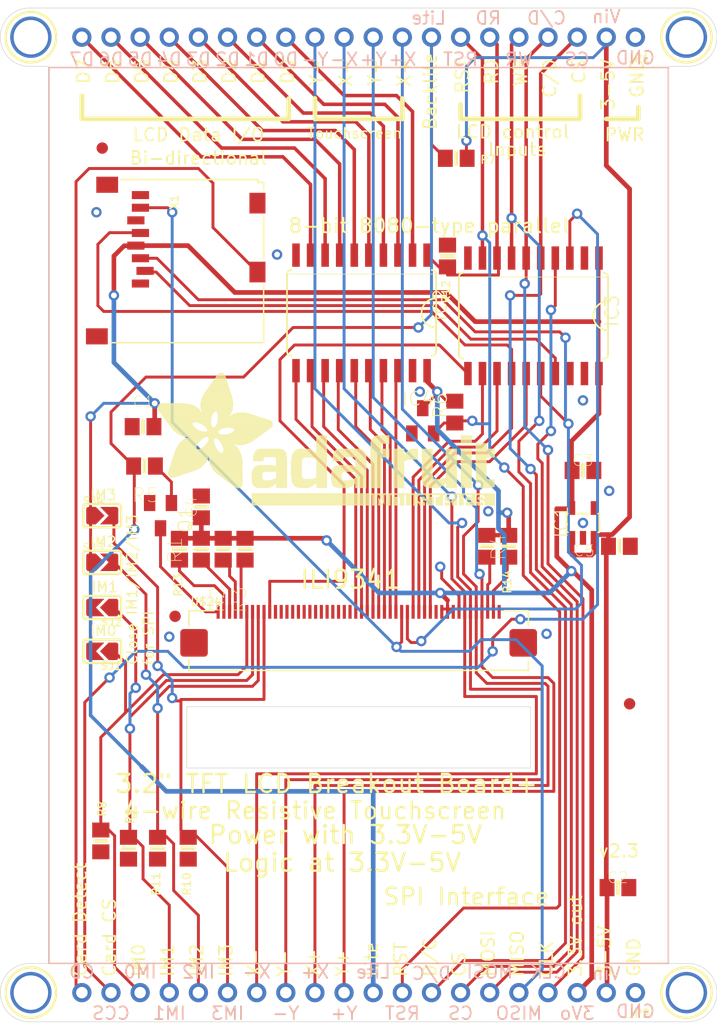
<source format=kicad_pcb>
(kicad_pcb (version 20211014) (generator pcbnew)
  (layers (0 "F.Cu" signal) (1 "In1.Cu" signal) (2 "In2.Cu" signal) (3 "In3.Cu" signal) (4 "In4.Cu" signal) (5 "In5.Cu" signal) (6 "In6.Cu" signal) (7 "In7.Cu" signal) (8 "In8.Cu" signal) (9 "In9.Cu" signal) (10 "In10.Cu" signal) (11 "In11.Cu" signal) (12 "In12.Cu" signal) (13 "In13.Cu" signal) (14 "In14.Cu" signal) (31 "B.Cu" signal) (34 "B.Paste" user) (35 "F.Paste" user) (36 "B.SilkS" user "B.Silkscreen") (37 "F.SilkS" user "F.Silkscreen") (38 "B.Mask" user) (39 "F.Mask" user) (44 "Edge.Cuts" user))
  (net 0 "")
  (net 1 "GND")
  (net 2 "LCD_RST")
  (net 3 "LCD_DATA7")
  (net 4 "LCD_DATA6")
  (net 5 "LCD_DATA5")
  (net 6 "LCD_DATA4")
  (net 7 "LCD_DATA3")
  (net 8 "LCD_DATA2")
  (net 9 "LCD_DATA1")
  (net 10 "LCD_DATA0")
  (net 11 "LCD_CS")
  (net 12 "LCD_WR")
  (net 13 "LCD_RD")
  (net 14 "LCD_RS")
  (net 15 "LCD_X+")
  (net 16 "LCD_Y+")
  (net 17 "LCD_X-")
  (net 18 "LCD_Y-")
  (net 19 "N$1")
  (net 20 "N$2")
  (net 21 "N$3")
  (net 22 "N$4")
  (net 23 "N$16")
  (net 24 "LCD_LITE")
  (net 25 "LCD_CS_5V")
  (net 26 "LCD_RS_5V")
  (net 27 "LCD_WR_5V")
  (net 28 "LCD_RD_5V")
  (net 29 "LCD_RST_5V")
  (net 30 "LCD_DATA0_5V")
  (net 31 "LCD_DATA1_5V")
  (net 32 "LCD_DATA2_5V")
  (net 33 "LCD_DATA3_5V")
  (net 34 "LCD_DATA4_5V")
  (net 35 "LCD_DATA5_5V")
  (net 36 "LCD_DATA6_5V")
  (net 37 "LCD_DATA7_5V")
  (net 38 "+5V")
  (net 39 "VCC")
  (net 40 "N$5")
  (net 41 "MOSI_3V")
  (net 42 "MISO")
  (net 43 "MOSI_5V")
  (net 44 "IM0")
  (net 45 "IM1")
  (net 46 "IM2")
  (net 47 "IM3")
  (net 48 "SD_CS_5V")
  (net 49 "SD_CS_3V")
  (net 50 "CARDDET")
  (net 51 "N$6")
  (net 52 "N$7")
  (footprint "boardEagle:0805-NO" (layer "F.Cu") (at 126.0221 133.3881 90)
    (fp_text reference "R8")
    (fp_text value "10K")
  )
  (footprint "boardEagle:0805-NO" (layer "F.Cu") (at 157.0101 73.9521)
    (fp_text reference "R7")
    (fp_text value "1K")
  )
  (footprint "boardEagle:0805-NO" (layer "F.Cu") (at 129.8321 100.7491)
    (fp_text reference "R5")
    (fp_text value "1K")
  )
  (footprint "boardEagle:0805-NO" (layer "F.Cu") (at 134.7851 107.9881 -90)
    (fp_text reference "R1")
    (fp_text value "10")
  )
  (footprint "boardEagle:MOUNTINGHOLE_3.0_PLATEDTHIN" (layer "F.Cu") (at 119.9261 146.5961)
    (fp_text reference "U$7" hide)
    (fp_text value "MOUNTINGHOLE3.0THIN" hide)
  )
  (footprint "boardEagle:SO20W" (layer "F.Cu") (at 148.7551 87.4141 180)
    (fp_text reference "IC2")
    (fp_text value "74LVC245")
  )
  (footprint "boardEagle:SOT23-5L" (layer "F.Cu") (at 168.0591 105.7021)
    (fp_text reference "IC1")
    (fp_text value "APA2112-3.3")
  )
  (footprint "boardEagle:0805-NO" (layer "F.Cu") (at 129.7051 97.3201 180)
    (fp_text reference "C1")
    (fp_text value "0.1uF")
  )
  (footprint "boardEagle:FIDUCIAL_1MM" (layer "F.Cu") (at 132.4991 113.8301)
    (fp_text reference "U$23" hide)
    (fp_text value "FIDUCIAL\"\"" hide)
  )
  (footprint "boardEagle:SOLDERJUMPER_ARROW_NOPASTE" (layer "F.Cu") (at 126.1491 105.0671)
    (fp_text reference "SJ4")
    (fp_text value "")
  )
  (footprint "boardEagle:ADAFRUIT_TEXT_30MM" (layer "F.Cu") (at 130.7211 104.1781)
    (fp_text reference "U$19" hide)
    (fp_text value "" hide)
  )
  (footprint "boardEagle:0805-NO" (layer "F.Cu") (at 132.8801 107.9881 -90)
    (fp_text reference "R13")
    (fp_text value "10")
  )
  (footprint "boardEagle:0805-NO" (layer "F.Cu") (at 134.7851 104.3051 90)
    (fp_text reference "C4")
    (fp_text value "0.1uF")
  )
  (footprint "boardEagle:MICROSD" (layer "F.Cu") (at 140.1191 75.8571 -90)
    (fp_text reference "X1")
    (fp_text value "")
  )
  (footprint "boardEagle:R0805" (layer "F.Cu") (at 156.8831 96.0501 90)
    (fp_text reference "R6")
    (fp_text value "10K")
  )
  (footprint "boardEagle:0805-NO" (layer "F.Cu") (at 128.4351 134.0231 90)
    (fp_text reference "R9")
    (fp_text value "10K")
  )
  (footprint "boardEagle:0805-NO" (layer "F.Cu") (at 156.2481 82.4611 -90)
    (fp_text reference "R12")
    (fp_text value "10K")
  )
  (footprint "boardEagle:SO20W" (layer "F.Cu") (at 163.7411 87.6681 180)
    (fp_text reference "IC3")
    (fp_text value "74LVC245")
  )
  (footprint "boardEagle:FIDUCIAL_1MM" (layer "F.Cu") (at 126.1491 73.0631)
    (fp_text reference "U$11" hide)
    (fp_text value "FIDUCIAL\"\"" hide)
  )
  (footprint "boardEagle:SOT23" (layer "F.Cu") (at 154.0891 96.8121)
    (fp_text reference "IC4")
    (fp_text value "APX803-SAG")
  )
  (footprint "boardEagle:1X20_ROUND" (layer "F.Cu") (at 148.5011 63.4111 180)
    (fp_text reference "JP1")
    (fp_text value "")
  )
  (footprint "boardEagle:0805-NO" (layer "F.Cu") (at 171.1071 137.4521)
    (fp_text reference "C2")
    (fp_text value "10uF")
  )
  (footprint "boardEagle:SOLDERJUMPER_ARROW_NOPASTE" (layer "F.Cu") (at 126.1491 116.8781 180)
    (fp_text reference "SJ1")
    (fp_text value "")
  )
  (footprint "boardEagle:SOLDERJUMPER_ARROW_NOPASTE" (layer "F.Cu") (at 126.1491 113.0681 180)
    (fp_text reference "SJ2")
    (fp_text value "")
  )
  (footprint "boardEagle:0805-NO" (layer "F.Cu") (at 161.5821 107.7341 -90)
    (fp_text reference "R14")
    (fp_text value "10")
  )
  (footprint "boardEagle:SOLDERJUMPER_ARROW_NOPASTE" (layer "F.Cu") (at 126.1491 109.1311)
    (fp_text reference "SJ3")
    (fp_text value "")
  )
  (footprint "boardEagle:0805-NO" (layer "F.Cu") (at 136.6901 107.9881 -90)
    (fp_text reference "R2")
    (fp_text value "10")
  )
  (footprint "boardEagle:0805-NO" (layer "F.Cu") (at 159.6771 107.7341 -90)
    (fp_text reference "R4")
    (fp_text value "10")
  )
  (footprint "boardEagle:1X20_ROUND" (layer "F.Cu") (at 148.5011 146.5961 180)
    (fp_text reference "JP2")
    (fp_text value "")
  )
  (footprint "boardEagle:MOUNTINGHOLE_3.0_PLATEDTHIN" (layer "F.Cu") (at 119.9261 63.4111)
    (fp_text reference "U$16" hide)
    (fp_text value "MOUNTINGHOLE3.0THIN" hide)
  )
  (footprint "boardEagle:MOUNTINGHOLE_3.0_PLATEDTHIN" (layer "F.Cu") (at 177.0761 63.4111)
    (fp_text reference "U$17" hide)
    (fp_text value "MOUNTINGHOLE3.0THIN" hide)
  )
  (footprint "boardEagle:0805-NO" (layer "F.Cu") (at 138.5951 107.9881 -90)
    (fp_text reference "R3")
    (fp_text value "10")
  )
  (footprint "boardEagle:SOT23-BEC" (layer "F.Cu") (at 131.2291 105.0671 180)
    (fp_text reference "Q1")
    (fp_text value "MMBT2222")
  )
  (footprint "boardEagle:0805-NO" (layer "F.Cu") (at 168.0591 101.1301)
    (fp_text reference "C3")
    (fp_text value "10uF")
  )
  (footprint "boardEagle:0805-NO" (layer "F.Cu") (at 133.6421 134.0231 -90)
    (fp_text reference "R10")
    (fp_text value "10K")
  )
  (footprint "boardEagle:MOUNTINGHOLE_3.0_PLATEDTHIN" (layer "F.Cu") (at 177.0761 146.5961)
    (fp_text reference "U$15" hide)
    (fp_text value "MOUNTINGHOLE3.0THIN" hide)
  )
  (footprint "boardEagle:0805-NO" (layer "F.Cu") (at 130.9751 134.0231 -90)
    (fp_text reference "R11")
    (fp_text value "10K")
  )
  (footprint "boardEagle:FIDUCIAL_1MM" (layer "F.Cu") (at 172.1231 121.4501)
    (fp_text reference "U$9" hide)
    (fp_text value "FIDUCIAL\"\"" hide)
  )
  (footprint "boardEagle:0805-NO" (layer "F.Cu") (at 171.2341 107.7341)
    (fp_text reference "C5")
    (fp_text value "10uF")
  )
  (footprint "boardEagle:TFT_3.2IN_240X320_50PIN" (layer "B.Cu") (at 148.5011 104.0511 180)
    (fp_text reference "U$24")
    (fp_text value "DISP_LCD_6LED_240X320_50PIN")
  )
  (gr_line (start 124.3711 68.4911) (end 124.3711 70.5231) (layer "F.SilkS") (width 0.4064))
  (gr_line (start 157.3911 69.2531) (end 157.3911 70.5231) (layer "F.SilkS") (width 0.4064))
  (gr_line (start 144.6911 68.7451) (end 144.6911 70.5231) (layer "F.SilkS") (width 0.4064))
  (gr_line (start 124.3711 70.5231) (end 142.4051 70.5231) (layer "F.SilkS") (width 0.4064))
  (gr_line (start 170.0911 70.5231) (end 172.8851 70.5231) (layer "F.SilkS") (width 0.4064))
  (gr_line (start 152.3111 70.5231) (end 152.3111 68.7451) (layer "F.SilkS") (width 0.4064))
  (gr_line (start 142.4051 70.5231) (end 142.4051 68.7451) (layer "F.SilkS") (width 0.4064))
  (gr_line (start 157.3911 70.5231) (end 167.8051 70.5231) (layer "F.SilkS") (width 0.4064))
  (gr_line (start 144.6911 70.5231) (end 152.3111 70.5231) (layer "F.SilkS") (width 0.4064))
  (gr_line (start 167.8051 70.5231) (end 167.8051 68.4911) (layer "F.SilkS") (width 0.4064))
  (gr_line (start 172.8851 70.5231) (end 172.8851 69.5071) (layer "F.SilkS") (width 0.4064))
  (gr_arc (start 117.2591 146.5961) (mid 118.003049 144.800049) (end 119.7991 144.0561) (layer "Edge.Cuts") (width 0.05))
  (gr_arc (start 177.2031 60.8711) (mid 178.999151 61.615049) (end 179.7431 63.4111) (layer "Edge.Cuts") (width 0.05))
  (gr_line (start 121.4501 144.0561) (end 119.7991 144.0561) (layer "Edge.Cuts") (width 0.05))
  (gr_arc (start 117.2591 63.4111) (mid 118.003049 61.615049) (end 119.7991 60.8711) (layer "Edge.Cuts") (width 0.05))
  (gr_line (start 163.4871 121.7041) (end 133.5151 121.7041) (layer "Edge.Cuts") (width 0.05))
  (gr_line (start 177.2031 60.8711) (end 119.7991 60.8711) (layer "Edge.Cuts") (width 0.05))
  (gr_line (start 121.4501 65.9511) (end 121.4501 144.0561) (layer "Edge.Cuts") (width 0.05))
  (gr_arc (start 179.7431 63.4111) (mid 178.999151 65.207151) (end 177.2031 65.9511) (layer "Edge.Cuts") (width 0.05))
  (gr_line (start 133.5151 121.7041) (end 133.5151 127.0381) (layer "Edge.Cuts") (width 0.05))
  (gr_line (start 119.7991 149.1361) (end 177.2031 149.1361) (layer "Edge.Cuts") (width 0.05))
  (gr_arc (start 119.7991 65.9511) (mid 118.003049 65.207151) (end 117.2591 63.4111) (layer "Edge.Cuts") (width 0.05))
  (gr_line (start 119.7991 65.9511) (end 121.4501 65.9511) (layer "Edge.Cuts") (width 0.05))
  (gr_line (start 175.5521 144.0561) (end 175.5521 65.9511) (layer "Edge.Cuts") (width 0.05))
  (gr_line (start 133.5151 127.0381) (end 163.4871 127.0381) (layer "Edge.Cuts") (width 0.05))
  (gr_arc (start 179.7431 146.5961) (mid 178.999151 148.392151) (end 177.2031 149.1361) (layer "Edge.Cuts") (width 0.05))
  (gr_line (start 163.4871 127.0381) (end 163.4871 121.7041) (layer "Edge.Cuts") (width 0.05))
  (gr_line (start 177.2031 144.0561) (end 175.5521 144.0561) (layer "Edge.Cuts") (width 0.05))
  (gr_line (start 175.5521 65.9511) (end 177.2031 65.9511) (layer "Edge.Cuts") (width 0.05))
  (gr_arc (start 177.2031 144.0561) (mid 178.999151 144.800049) (end 179.7431 146.5961) (layer "Edge.Cuts") (width 0.05))
  (gr_arc (start 119.7991 149.1361) (mid 118.003049 148.392151) (end 117.2591 146.5961) (layer "Edge.Cuts") (width 0.05))
  (gr_text "IM0" (at 129.4511 145.4531) (layer "B.SilkS") (effects (font (size 1.1176 1.1176) (thickness 0.1524)) (justify bottom mirror)))
  (gr_text "RD" (at 159.8041 62.3951) (layer "B.SilkS") (effects (font (size 1.1176 1.1176) (thickness 0.1524)) (justify bottom mirror)))
  (gr_text "3Vo" (at 167.5511 147.7391) (layer "B.SilkS") (effects (font (size 1.1176 1.1176) (thickness 0.1524)) (justify top mirror)))
  (gr_text "X+" (at 152.3111 64.6811) (layer "B.SilkS") (effects (font (size 1.1176 1.1176) (thickness 0.1524)) (justify top mirror)))
  (gr_text "CCS" (at 126.9111 147.7391) (layer "B.SilkS") (effects (font (size 1.1176 1.1176) (thickness 0.1524)) (justify top mirror)))
  (gr_text "X+" (at 144.6911 145.4531) (layer "B.SilkS") (effects (font (size 1.1176 1.1176) (thickness 0.1524)) (justify bottom mirror)))
  (gr_text "WR" (at 162.4711 64.6811) (layer "B.SilkS") (effects (font (size 1.1176 1.1176) (thickness 0.1524)) (justify top mirror)))
  (gr_text "Y-" (at 142.1511 147.7391) (layer "B.SilkS") (effects (font (size 1.1176 1.1176) (thickness 0.1524)) (justify top mirror)))
  (gr_text "Lite" (at 149.7711 145.4531) (layer "B.SilkS") (effects (font (size 1.1176 1.1176) (thickness 0.1524)) (justify bottom mirror)))
  (gr_text "Y-" (at 144.6911 64.6811) (layer "B.SilkS") (effects (font (size 1.1176 1.1176) (thickness 0.1524)) (justify top mirror)))
  (gr_text "D2" (at 137.0711 64.6811) (layer "B.SilkS") (effects (font (size 1.1176 1.1176) (thickness 0.1524)) (justify top mirror)))
  (gr_text "CD" (at 124.3711 145.4531) (layer "B.SilkS") (effects (font (size 1.1176 1.1176) (thickness 0.1524)) (justify bottom mirror)))
  (gr_text "IM1" (at 131.9911 147.7391) (layer "B.SilkS") (effects (font (size 1.1176 1.1176) (thickness 0.1524)) (justify top mirror)))
  (gr_text "X-" (at 139.6111 145.4531) (layer "B.SilkS") (effects (font (size 1.1176 1.1176) (thickness 0.1524)) (justify bottom mirror)))
  (gr_text "D7" (at 124.3711 64.6811) (layer "B.SilkS") (effects (font (size 1.1176 1.1176) (thickness 0.1524)) (justify top mirror)))
  (gr_text "D6" (at 126.9111 64.6811) (layer "B.SilkS") (effects (font (size 1.1176 1.1176) (thickness 0.1524)) (justify top mirror)))
  (gr_text "D1" (at 139.6111 64.6811) (layer "B.SilkS") (effects (font (size 1.1176 1.1176) (thickness 0.1524)) (justify top mirror)))
  (gr_text "D4" (at 131.9911 64.6811) (layer "B.SilkS") (effects (font (size 1.1176 1.1176) (thickness 0.1524)) (justify top mirror)))
  (gr_text "RST" (at 157.3911 64.6811) (layer "B.SilkS") (effects (font (size 1.1176 1.1176) (thickness 0.1524)) (justify top mirror)))
  (gr_text "D5" (at 129.4511 64.6811) (layer "B.SilkS") (effects (font (size 1.1176 1.1176) (thickness 0.1524)) (justify top mirror)))
  (gr_text "CLK" (at 165.0111 145.4531) (layer "B.SilkS") (effects (font (size 1.1176 1.1176) (thickness 0.1524)) (justify bottom mirror)))
  (gr_text "Vin" (at 170.0911 145.5801) (layer "B.SilkS") (effects (font (size 1.1176 1.1176) (thickness 0.1524)) (justify bottom mirror)))
  (gr_text "X-" (at 147.2311 64.6811) (layer "B.SilkS") (effects (font (size 1.1176 1.1176) (thickness 0.1524)) (justify top mirror)))
  (gr_text "GND" (at 172.6311 64.5541) (layer "B.SilkS") (effects (font (size 1.1176 1.1176) (thickness 0.1524)) (justify top mirror)))
  (gr_text "CS" (at 167.5511 64.6811) (layer "B.SilkS") (effects (font (size 1.1176 1.1176) (thickness 0.1524)) (justify top mirror)))
  (gr_text "MISO" (at 162.4711 147.7391) (layer "B.SilkS") (effects (font (size 1.1176 1.1176) (thickness 0.1524)) (justify top mirror)))
  (gr_text "D3" (at 134.5311 64.6811) (layer "B.SilkS") (effects (font (size 1.1176 1.1176) (thickness 0.1524)) (justify top mirror)))
  (gr_text "MOSI" (at 159.9311 145.4531) (layer "B.SilkS") (effects (font (size 1.1176 1.1176) (thickness 0.1524)) (justify bottom mirror)))
  (gr_text "D0" (at 142.1511 64.6811) (layer "B.SilkS") (effects (font (size 1.1176 1.1176) (thickness 0.1524)) (justify top mirror)))
  (gr_text "Vin" (at 170.0911 62.2681) (layer "B.SilkS") (effects (font (size 1.1176 1.1176) (thickness 0.1524)) (justify bottom mirror)))
  (gr_text "Lite" (at 154.5971 62.3951) (layer "B.SilkS") (effects (font (size 1.1176 1.1176) (thickness 0.1524)) (justify bottom mirror)))
  (gr_text "Y+" (at 147.2311 147.7391) (layer "B.SilkS") (effects (font (size 1.1176 1.1176) (thickness 0.1524)) (justify top mirror)))
  (gr_text "Y+" (at 149.7711 64.6811) (layer "B.SilkS") (effects (font (size 1.1176 1.1176) (thickness 0.1524)) (justify top mirror)))
  (gr_text "C/D" (at 164.8841 62.3951) (layer "B.SilkS") (effects (font (size 1.1176 1.1176) (thickness 0.1524)) (justify bottom mirror)))
  (gr_text "D/C" (at 154.8511 145.5801) (layer "B.SilkS") (effects (font (size 1.1176 1.1176) (thickness 0.1524)) (justify bottom mirror)))
  (gr_text "CS" (at 157.3911 147.7391) (layer "B.SilkS") (effects (font (size 1.1176 1.1176) (thickness 0.1524)) (justify top mirror)))
  (gr_text "RST" (at 152.3111 147.7391) (layer "B.SilkS") (effects (font (size 1.1176 1.1176) (thickness 0.1524)) (justify top mirror)))
  (gr_text "GND" (at 172.6311 148.8821) (layer "B.SilkS") (effects (font (size 1.1176 1.1176) (thickness 0.1524)) (justify bottom mirror)))
  (gr_text "IM3" (at 137.0711 147.7391) (layer "B.SilkS") (effects (font (size 1.1176 1.1176) (thickness 0.1524)) (justify top mirror)))
  (gr_text "IM2" (at 134.5311 145.4531) (layer "B.SilkS") (effects (font (size 1.1176 1.1176) (thickness 0.1524)) (justify bottom mirror)))
  (gr_text "D5" (at 128.9431 65.1891 90) (layer "F.SilkS") (effects (font (size 1.1176 1.1176) (thickness 0.1524)) (justify right top)))
  (gr_text "GND" (at 172.1231 65.1891 90) (layer "F.SilkS") (effects (font (size 1.1176 1.1176) (thickness 0.1524)) (justify right top)))
  (gr_text "LCD Data I/O" (at 128.6891 72.5551) (layer "F.SilkS") (effects (font (size 1.1176 1.1176) (thickness 0.1524)) (justify left bottom)))
  (gr_text "MISO" (at 162.9791 145.3261 90) (layer "F.SilkS") (effects (font (size 1.1176 1.1176) (thickness 0.1524)) (justify left bottom)))
  (gr_text "3.2\" TFT LCD Breakout Board+" (at 127.1651 129.3241) (layer "F.SilkS") (effects (font (size 1.56464 1.56464) (thickness 0.21336)) (justify left bottom)))
  (gr_text "RD" (at 159.4231 65.1891 90) (layer "F.SilkS") (effects (font (size 1.1176 1.1176) (thickness 0.1524)) (justify right top)))
  (gr_text "IM0" (at 129.9591 145.3261 90) (layer "F.SilkS") (effects (font (size 1.1176 1.1176) (thickness 0.1524)) (justify left bottom)))
  (gr_text "3.3V out" (at 168.0591 145.3261 90) (layer "F.SilkS") (effects (font (size 1.1176 1.1176) (thickness 0.1524)) (justify left bottom)))
  (gr_text "D4" (at 131.4831 65.1891 90) (layer "F.SilkS") (effects (font (size 1.1176 1.1176) (thickness 0.1524)) (justify right top)))
  (gr_text "Inputs" (at 159.6771 73.8251) (layer "F.SilkS") (effects (font (size 1.1176 1.1176) (thickness 0.1524)) (justify left bottom)))
  (gr_text "IM1" (at 132.4991 145.3261 90) (layer "F.SilkS") (effects (font (size 1.1176 1.1176) (thickness 0.1524)) (justify left bottom)))
  (gr_text "RST" (at 156.8831 65.1891 90) (layer "F.SilkS") (effects (font (size 1.1176 1.1176) (thickness 0.1524)) (justify right top)))
  (gr_text "Bi-directional" (at 128.4351 74.5871) (layer "F.SilkS") (effects (font (size 1.1176 1.1176) (thickness 0.1524)) (justify left bottom)))
  (gr_text "IM3" (at 137.5791 145.3261 90) (layer "F.SilkS") (effects (font (size 1.1176 1.1176) (thickness 0.1524)) (justify left bottom)))
  (gr_text "LCD control" (at 156.8831 72.3011) (layer "F.SilkS") (effects (font (size 1.1176 1.1176) (thickness 0.1524)) (justify left bottom)))
  (gr_text "3-5V" (at 169.5831 65.1891 90) (layer "F.SilkS") (effects (font (size 1.1176 1.1176) (thickness 0.1524)) (justify right top)))
  (gr_text "MOSI" (at 160.4391 145.3261 90) (layer "F.SilkS") (effects (font (size 1.1176 1.1176) (thickness 0.1524)) (justify left bottom)))
  (gr_text "SPI Interface" (at 157.8991 139.1031) (layer "F.SilkS") (effects (font (size 1.475232 1.475232) (thickness 0.201168)) (justify bottom)))
  (gr_text "Y-" (at 144.1831 65.1891 90) (layer "F.SilkS") (effects (font (size 1.1176 1.1176) (thickness 0.1524)) (justify right top)))
  (gr_text "RST" (at 152.8191 145.3261 90) (layer "F.SilkS") (effects (font (size 1.1176 1.1176) (thickness 0.1524)) (justify left bottom)))
  (gr_text "D1" (at 139.1031 65.1891 90) (layer "F.SilkS") (effects (font (size 1.1176 1.1176) (thickness 0.1524)) (justify right top)))
  (gr_text "D0" (at 141.6431 65.1891 90) (layer "F.SilkS") (effects (font (size 1.1176 1.1176) (thickness 0.1524)) (justify right top)))
  (gr_text "3-5V" (at 170.5991 145.3261 90) (layer "F.SilkS") (effects (font (size 1.1176 1.1176) (thickness 0.1524)) (justify left bottom)))
  (gr_text "X-" (at 140.1191 145.3261 90) (layer "F.SilkS") (effects (font (size 1.1176 1.1176) (thickness 0.1524)) (justify left bottom)))
  (gr_text "D3" (at 134.0231 65.1891 90) (layer "F.SilkS") (effects (font (size 1.1176 1.1176) (thickness 0.1524)) (justify right top)))
  (gr_text "D6" (at 126.4031 65.1891 90) (layer "F.SilkS") (effects (font (size 1.1176 1.1176) (thickness 0.1524)) (justify right top)))
  (gr_text "v2.3" (at 169.3291 134.9121) (layer "F.SilkS") (effects (font (size 1.1176 1.1176) (thickness 0.1524)) (justify left bottom)))
  (gr_text "ILI9341" (at 143.2941 111.5441) (layer "F.SilkS") (effects (font (size 1.56464 1.56464) (thickness 0.21336)) (justify left bottom)))
  (gr_text "IM1" (at 125.1331 111.7981) (layer "F.SilkS") (effects (font (size 0.89408 0.89408) (thickness 0.12192)) (justify left bottom)))
  (gr_text "Y-" (at 142.6591 145.3261 90) (layer "F.SilkS") (effects (font (size 1.1176 1.1176) (thickness 0.1524)) (justify left bottom)))
  (gr_text "X+" (at 145.1991 145.3261 90) (layer "F.SilkS") (effects (font (size 1.1176 1.1176) (thickness 0.1524)) (justify left bottom)))
  (gr_text "Y+" (at 149.2631 65.1891 90) (layer "F.SilkS") (effects (font (size 1.1176 1.1176) (thickness 0.1524)) (justify right top)))
  (gr_text "Lite" (at 150.2791 145.3261 90) (layer "F.SilkS") (effects (font (size 1.1176 1.1176) (thickness 0.1524)) (justify left bottom)))
  (gr_text "D7" (at 123.8631 65.1891 90) (layer "F.SilkS") (effects (font (size 1.1176 1.1176) (thickness 0.1524)) (justify right top)))
  (gr_text "CLK" (at 165.5191 145.3261 90) (layer "F.SilkS") (effects (font (size 1.1176 1.1176) (thickness 0.1524)) (justify left bottom)))
  (gr_text "X+" (at 151.8031 65.1891 90) (layer "F.SilkS") (effects (font (size 1.1176 1.1176) (thickness 0.1524)) (justify right top)))
  (gr_text "Touchscreen" (at 143.9291 72.3011) (layer "F.SilkS") (effects (font (size 0.89408 0.89408) (thickness 0.12192)) (justify left bottom)))
  (gr_text "X-" (at 146.7231 65.1891 90) (layer "F.SilkS") (effects (font (size 1.1176 1.1176) (thickness 0.1524)) (justify right top)))
  (gr_text "IM3" (at 125.0061 103.7971) (layer "F.SilkS") (effects (font (size 0.89408 0.89408) (thickness 0.12192)) (justify left bottom)))
  (gr_text "D/C" (at 155.3591 145.3261 90) (layer "F.SilkS") (effects (font (size 1.1176 1.1176) (thickness 0.1524)) (justify left bottom)))
  (gr_text "CS" (at 167.0431 65.1891 90) (layer "F.SilkS") (effects (font (size 1.1176 1.1176) (thickness 0.1524)) (justify right top)))
  (gr_text "Card CS" (at 127.4191 145.3261 90) (layer "F.SilkS") (effects (font (size 1.1176 1.1176) (thickness 0.1524)) (justify left bottom)))
  (gr_text "Backlite" (at 154.0891 64.6811 90) (layer "F.SilkS") (effects (font (size 1.1176 1.1176) (thickness 0.1524)) (justify right top)))
  (gr_text "C/D" (at 164.5031 65.1891 90) (layer "F.SilkS") (effects (font (size 1.1176 1.1176) (thickness 0.1524)) (justify right top)))
  (gr_text "Y+" (at 147.7391 145.3261 90) (layer "F.SilkS") (effects (font (size 1.1176 1.1176) (thickness 0.1524)) (justify left bottom)))
  (gr_text "PWR" (at 169.8371 72.5551) (layer "F.SilkS") (effects (font (size 1.1176 1.1176) (thickness 0.1524)) (justify left bottom)))
  (gr_text "IM2" (at 125.0061 107.8611) (layer "F.SilkS") (effects (font (size 0.89408 0.89408) (thickness 0.12192)) (justify left bottom)))
  (gr_text "IM0" (at 125.0061 115.6081) (layer "F.SilkS") (effects (font (size 0.89408 0.89408) (thickness 0.12192)) (justify left bottom)))
  (gr_text "Logic at 3.3V-5V" (at 136.5631 136.1821) (layer "F.SilkS") (effects (font (size 1.56464 1.56464) (thickness 0.21336)) (justify left bottom)))
  (gr_text "Power with 3.3V-5V" (at 135.2931 133.7691) (layer "F.SilkS") (effects (font (size 1.56464 1.56464) (thickness 0.21336)) (justify left bottom)))
  (gr_text "8-bit 8080-type parallel" (at 142.2781 80.5561) (layer "F.SilkS") (effects (font (size 1.251712 1.251712) (thickness 0.170688)) (justify left bottom)))
  (gr_text "D2" (at 136.5631 65.1891 90) (layer "F.SilkS") (effects (font (size 1.1176 1.1176) (thickness 0.1524)) (justify right top)))
  (gr_text "Card Detect" (at 124.8791 145.3261 90) (layer "F.SilkS") (effects (font (size 1.1176 1.1176) (thickness 0.1524)) (justify left bottom)))
  (gr_text "GND" (at 173.1391 145.3261 90) (layer "F.SilkS") (effects (font (size 1.1176 1.1176) (thickness 0.1524)) (justify left bottom)))
  (gr_text "Close IM1/IM2/IM3\nfor SPI" (at 130.7211 118.1481 90) (layer "F.SilkS") (effects (font (size 0.89408 0.89408) (thickness 0.12192)) (justify left bottom)))
  (gr_text "WR" (at 161.9631 65.1891 90) (layer "F.SilkS") (effects (font (size 1.1176 1.1176) (thickness 0.1524)) (justify right top)))
  (gr_text "4-wire Resistive Touchscreen" (at 127.9271 131.6101) (layer "F.SilkS") (effects (font (size 1.475232 1.475232) (thickness 0.201168)) (justify left bottom)))
  (gr_text "IM2" (at 135.0391 145.3261 90) (layer "F.SilkS") (effects (font (size 1.1176 1.1176) (thickness 0.1524)) (justify left bottom)))
  (gr_text "CS" (at 157.8991 145.3261 90) (layer "F.SilkS") (effects (font (size 1.1176 1.1176) (thickness 0.1524)) (justify left bottom)))
  (segment (start 157.2511 113.4411) (end 157.2511 112.0391) (width 0.254) (layer "F.Cu") (net 1))
  (segment (start 155.7401 109.6391) (end 155.6131 109.5121) (width 0.254) (layer "F.Cu") (net 1))
  (segment (start 157.2511 112.0391) (end 155.7401 110.5281) (width 0.254) (layer "F.Cu") (net 1))
  (segment (start 155.7401 110.5281) (end 155.7401 109.6391) (width 0.254) (layer "F.Cu") (net 1))
  (via (at 141.3891 82.3341) (size 0.9064) (drill 0.5) (layers "F.Cu" "B.Cu") (net 1))
  (via (at 168.0591 95.0341) (size 0.9064) (drill 0.5) (layers "F.Cu" "B.Cu") (net 1))
  (via (at 155.6131 109.5121) (size 0.9064) (drill 0.5) (layers "F.Cu" "B.Cu") (net 1))
  (via (at 159.8041 104.6861) (size 0.9064) (drill 0.5) (layers "F.Cu" "B.Cu") (net 1))
  (via (at 164.8841 115.3541) (size 0.9064) (drill 0.5) (layers "F.Cu" "B.Cu") (net 1))
  (via (at 125.6411 78.6511) (size 0.9064) (drill 0.5) (layers "F.Cu" "B.Cu") (net 1))
  (via (at 153.8351 94.2721) (size 0.9064) (drill 0.5) (layers "F.Cu" "B.Cu") (net 1))
  (via (at 131.9911 115.6081) (size 0.9064) (drill 0.5) (layers "F.Cu" "B.Cu") (net 1))
  (via (at 170.3451 102.9081) (size 0.9064) (drill 0.5) (layers "F.Cu" "B.Cu") (net 1))
  (via (at 168.0591 105.7021) (size 0.9064) (drill 0.5) (layers "F.Cu" "B.Cu") (net 1))
  (segment (start 140.7511 110.7821) (end 147.2311 110.7821) (width 0.254) (layer "F.Cu") (net 2))
  (segment (start 147.2311 102.4001) (end 141.6431 96.8121) (width 0.254) (layer "F.Cu") (net 2))
  (segment (start 141.6431 96.8121) (end 141.6431 91.4781) (width 0.254) (layer "F.Cu") (net 2))
  (segment (start 142.9131 90.2081) (end 155.5369 90.2081) (width 0.254) (layer "F.Cu") (net 2))
  (segment (start 147.2311 110.7821) (end 147.2311 102.4001) (width 0.254) (layer "F.Cu") (net 2))
  (segment (start 140.7511 110.7821) (end 140.7511 113.4411) (width 0.254) (layer "F.Cu") (net 2))
  (segment (start 155.5369 90.2081) (end 158.0261 92.6973) (width 0.254) (layer "F.Cu") (net 2))
  (segment (start 141.6431 91.4781) (end 142.9131 90.2081) (width 0.254) (layer "F.Cu") (net 2))
  (segment (start 148.2511 101.8961) (end 143.0401 96.6851) (width 0.254) (layer "F.Cu") (net 3))
  (segment (start 143.0401 96.6851) (end 143.0401 92.4433) (width 0.254) (layer "F.Cu") (net 3))
  (segment (start 148.2511 101.8961) (end 148.2511 113.4411) (width 0.254) (layer "F.Cu") (net 3))
  (segment (start 144.4371 97.3201) (end 144.4371 92.5703) (width 0.254) (layer "F.Cu") (net 4))
  (segment (start 144.4371 92.5703) (end 144.3101 92.4433) (width 0.254) (layer "F.Cu") (net 4))
  (segment (start 148.7511 101.6341) (end 148.7511 113.4411) (width 0.254) (layer "F.Cu") (net 4))
  (segment (start 148.7511 101.6341) (end 144.4371 97.3201) (width 0.254) (layer "F.Cu") (net 4))
  (segment (start 149.2511 101.1181) (end 149.2511 113.4411) (width 0.254) (layer "F.Cu") (net 5))
  (segment (start 145.4531 92.5703) (end 145.5801 92.4433) (width 0.254) (layer "F.Cu") (net 5))
  (segment (start 149.2511 101.1181) (end 145.4531 97.3201) (width 0.254) (layer "F.Cu") (net 5))
  (segment (start 145.4531 97.3201) (end 145.4531 92.5703) (width 0.254) (layer "F.Cu") (net 5))
  (segment (start 149.7511 100.6021) (end 149.7511 113.4411) (width 0.254) (layer "F.Cu") (net 6))
  (segment (start 146.7231 92.5703) (end 146.8501 92.4433) (width 0.254) (layer "F.Cu") (net 6))
  (segment (start 149.7511 100.6021) (end 146.7231 97.5741) (width 0.254) (layer "F.Cu") (net 6))
  (segment (start 146.7231 97.5741) (end 146.7231 92.5703) (width 0.254) (layer "F.Cu") (net 6))
  (segment (start 150.2511 99.3241) (end 148.2471 97.3201) (width 0.254) (layer "F.Cu") (net 7))
  (segment (start 150.2511 99.3241) (end 150.2511 113.4411) (width 0.254) (layer "F.Cu") (net 7))
  (segment (start 148.2471 92.5703) (end 148.1201 92.4433) (width 0.254) (layer "F.Cu") (net 7))
  (segment (start 148.2471 97.3201) (end 148.2471 92.5703) (width 0.254) (layer "F.Cu") (net 7))
  (segment (start 149.5171 97.5741) (end 149.5171 92.5703) (width 0.254) (layer "F.Cu") (net 8))
  (segment (start 149.5171 92.5703) (end 149.3901 92.4433) (width 0.254) (layer "F.Cu") (net 8))
  (segment (start 150.7511 98.8081) (end 149.5171 97.5741) (width 0.254) (layer "F.Cu") (net 8))
  (segment (start 150.7511 98.8081) (end 150.7511 113.4411) (width 0.254) (layer "F.Cu") (net 8))
  (segment (start 151.2511 98.2921) (end 150.5331 97.5741) (width 0.254) (layer "F.Cu") (net 9))
  (segment (start 151.2511 98.2921) (end 151.2511 113.4411) (width 0.254) (layer "F.Cu") (net 9))
  (segment (start 150.5331 92.5703) (end 150.6601 92.4433) (width 0.254) (layer "F.Cu") (net 9))
  (segment (start 150.5331 97.5741) (end 150.5331 92.5703) (width 0.254) (layer "F.Cu") (net 9))
  (segment (start 151.7511 92.6223) (end 151.7511 113.4411) (width 0.254) (layer "F.Cu") (net 10))
  (segment (start 151.7511 92.6223) (end 151.9301 92.4433) (width 0.254) (layer "F.Cu") (net 10))
  (segment (start 154.7511 102.5001) (end 154.7511 113.4411) (width 0.254) (layer "F.Cu") (net 11))
  (segment (start 156.8831 100.3681) (end 159.9311 100.3681) (width 0.254) (layer "F.Cu") (net 11))
  (segment (start 163.2331 92.8243) (end 163.1061 92.6973) (width 0.254) (layer "F.Cu") (net 11))
  (segment (start 159.9311 100.3681) (end 163.1061 97.1931) (width 0.254) (layer "F.Cu") (net 11))
  (segment (start 154.7511 102.5001) (end 156.8831 100.3681) (width 0.254) (layer "F.Cu") (net 11))
  (segment (start 163.1061 97.1931) (end 163.1061 92.6973) (width 0.254) (layer "F.Cu") (net 11))
  (segment (start 153.7511 101.9761) (end 153.7511 113.4411) (width 0.254) (layer "F.Cu") (net 12))
  (segment (start 160.6931 92.8243) (end 160.5661 92.6973) (width 0.254) (layer "F.Cu") (net 12))
  (segment (start 153.7511 101.9761) (end 156.6291 99.0981) (width 0.254) (layer "F.Cu") (net 12))
  (segment (start 159.1691 99.0981) (end 160.5661 97.7011) (width 0.254) (layer "F.Cu") (net 12))
  (segment (start 156.6291 99.0981) (end 159.1691 99.0981) (width 0.254) (layer "F.Cu") (net 12))
  (segment (start 160.5661 97.7011) (end 160.5661 92.6973) (width 0.254) (layer "F.Cu") (net 12))
  (segment (start 156.3751 98.5901) (end 158.6611 98.5901) (width 0.254) (layer "F.Cu") (net 13))
  (segment (start 153.2511 101.7141) (end 153.2511 113.4411) (width 0.254) (layer "F.Cu") (net 13))
  (segment (start 153.2511 101.7141) (end 156.3751 98.5901) (width 0.254) (layer "F.Cu") (net 13))
  (segment (start 158.6611 98.5901) (end 159.2961 97.9551) (width 0.254) (layer "F.Cu") (net 13))
  (segment (start 159.1691 92.8243) (end 159.2961 92.6973) (width 0.254) (layer "F.Cu") (net 13))
  (segment (start 159.2961 97.9551) (end 159.2961 92.6973) (width 0.254) (layer "F.Cu") (net 13))
  (segment (start 129.4511 80.4291) (end 129.4791 80.4571) (width 0.254) (layer "F.Cu") (net 14))
  (segment (start 126.7841 80.4291) (end 129.4511 80.4291) (width 0.254) (layer "F.Cu") (net 14))
  (segment (start 125.7681 86.7791) (end 125.7681 81.4451) (width 0.254) (layer "F.Cu") (net 14))
  (segment (start 154.2511 102.2381) (end 154.2511 113.4411) (width 0.254) (layer "F.Cu") (net 14))
  (segment (start 154.8511 87.2871) (end 157.7721 90.2081) (width 0.254) (layer "F.Cu") (net 14))
  (segment (start 126.2761 87.2871) (end 154.8511 87.2871) (width 0.254) (layer "F.Cu") (net 14))
  (segment (start 157.7721 90.2081) (end 161.4551 90.2081) (width 0.254) (layer "F.Cu") (net 14))
  (segment (start 156.8831 99.6061) (end 159.6771 99.6061) (width 0.254) (layer "F.Cu") (net 14))
  (segment (start 125.7681 81.4451) (end 126.7841 80.4291) (width 0.254) (layer "F.Cu") (net 14))
  (segment (start 161.8361 90.5891) (end 161.8361 92.6973) (width 0.254) (layer "F.Cu") (net 14))
  (segment (start 159.6771 99.6061) (end 161.8361 97.4471) (width 0.254) (layer "F.Cu") (net 14))
  (segment (start 161.4551 90.2081) (end 161.8361 90.5891) (width 0.254) (layer "F.Cu") (net 14))
  (segment (start 154.2511 102.2381) (end 156.8831 99.6061) (width 0.254) (layer "F.Cu") (net 14))
  (segment (start 161.8361 97.4471) (end 161.8361 92.6973) (width 0.254) (layer "F.Cu") (net 14))
  (segment (start 125.7681 86.7791) (end 126.2761 87.2871) (width 0.254) (layer "F.Cu") (net 14))
  (segment (start 161.7091 92.8243) (end 161.8361 92.6973) (width 0.254) (layer "F.Cu") (net 14))
  (segment (start 144.6911 128.5621) (end 165.0111 128.5621) (width 0.254) (layer "F.Cu") (net 15))
  (segment (start 158.7511 111.2531) (end 158.7511 113.4411) (width 0.254) (layer "F.Cu") (net 15))
  (segment (start 157.6451 106.8451) (end 157.6451 110.1471) (width 0.254) (layer "F.Cu") (net 15))
  (segment (start 158.7511 118.7461) (end 158.7511 113.4411) (width 0.254) (layer "F.Cu") (net 15))
  (segment (start 159.6771 119.6721) (end 158.7511 118.7461) (width 0.254) (layer "F.Cu") (net 15))
  (segment (start 165.0111 119.9261) (end 164.7571 119.6721) (width 0.254) (layer "F.Cu") (net 15))
  (segment (start 165.0111 128.5621) (end 165.0111 119.9261) (width 0.254) (layer "F.Cu") (net 15))
  (segment (start 157.6451 110.1471) (end 158.7511 111.2531) (width 0.254) (layer "F.Cu") (net 15))
  (segment (start 164.7571 119.6721) (end 159.6771 119.6721) (width 0.254) (layer "F.Cu") (net 15))
  (segment (start 144.6911 146.5961) (end 144.6911 128.5621) (width 0.254) (layer "F.Cu") (net 15))
  (segment (start 158.9151 105.5751) (end 158.9151 102.4001) (width 0.254) (layer "F.Cu") (net 15))
  (segment (start 157.6451 106.8451) (end 158.9151 105.5751) (width 0.254) (layer "F.Cu") (net 15))
  (via (at 158.9151 102.4001) (size 0.9064) (drill 0.5) (layers "F.Cu" "B.Cu") (net 15))
  (segment (start 158.9151 102.4001) (end 152.3111 95.7961) (width 0.254) (layer "B.Cu") (net 15))
  (segment (start 152.3111 95.7961) (end 152.3111 63.4111) (width 0.254) (layer "B.Cu") (net 15))
  (segment (start 159.2511 110.3191) (end 159.2511 113.4411) (width 0.254) (layer "F.Cu") (net 16))
  (segment (start 165.5191 129.0701) (end 147.2311 129.0701) (width 0.254) (layer "F.Cu") (net 16))
  (segment (start 165.0111 119.1641) (end 165.5191 119.6721) (width 0.254) (layer "F.Cu") (net 16))
  (segment (start 165.5191 119.6721) (end 165.5191 129.0701) (width 0.254) (layer "F.Cu") (net 16))
  (segment (start 159.2511 118.2301) (end 160.1851 119.1641) (width 0.254) (layer "F.Cu") (net 16))
  (segment (start 159.2511 110.3191) (end 159.2141 110.3191) (width 0.254) (layer "F.Cu") (net 16))
  (segment (start 160.1851 119.1641) (end 165.0111 119.1641) (width 0.254) (layer "F.Cu") (net 16))
  (segment (start 147.2311 129.0701) (end 147.2311 146.5961) (width 0.254) (layer "F.Cu") (net 16))
  (segment (start 159.2511 118.2301) (end 159.2511 113.4411) (width 0.254) (layer "F.Cu") (net 16))
  (segment (start 159.2141 110.3191) (end 159.0421 110.1471) (width 0.254) (layer "F.Cu") (net 16))
  (via (at 159.0421 110.1471) (size 0.9064) (drill 0.5) (layers "F.Cu" "B.Cu") (net 16))
  (segment (start 157.6451 103.2891) (end 157.6451 102.6541) (width 0.254) (layer "B.Cu") (net 16))
  (segment (start 157.6451 102.6541) (end 149.7711 94.7801) (width 0.254) (layer "B.Cu") (net 16))
  (segment (start 158.7881 104.4321) (end 157.6451 103.2891) (width 0.254) (layer "B.Cu") (net 16))
  (segment (start 158.7881 109.8931) (end 159.0421 110.1471) (width 0.254) (layer "B.Cu") (net 16))
  (segment (start 149.7711 94.7801) (end 149.7711 63.4111) (width 0.254) (layer "B.Cu") (net 16))
  (segment (start 158.7881 109.8931) (end 158.7881 104.4321) (width 0.254) (layer "B.Cu") (net 16))
  (segment (start 157.7511 111.6921) (end 157.7511 113.4411) (width 0.254) (layer "F.Cu") (net 17))
  (segment (start 163.9951 120.8151) (end 157.7511 120.8151) (width 0.254) (layer "F.Cu") (net 17))
  (segment (start 157.7511 111.6921) (end 156.6291 110.5701) (width 0.254) (layer "F.Cu") (net 17))
  (segment (start 139.6111 146.5961) (end 139.6111 127.5461) (width 0.254) (layer "F.Cu") (net 17))
  (segment (start 163.9951 127.5461) (end 163.9951 120.8151) (width 0.254) (layer "F.Cu") (net 17))
  (segment (start 139.6111 127.5461) (end 163.9951 127.5461) (width 0.254) (layer "F.Cu") (net 17))
  (segment (start 157.7511 120.8151) (end 157.7511 113.4411) (width 0.254) (layer "F.Cu") (net 17))
  (segment (start 156.6291 110.5701) (end 156.6291 103.4161) (width 0.254) (layer "F.Cu") (net 17))
  (via (at 156.6291 103.4161) (size 0.9064) (drill 0.5) (layers "F.Cu" "B.Cu") (net 17))
  (segment (start 147.2311 94.0181) (end 147.2311 63.4111) (width 0.254) (layer "B.Cu") (net 17))
  (segment (start 156.6291 103.4161) (end 147.2311 94.0181) (width 0.254) (layer "B.Cu") (net 17))
  (segment (start 142.1511 128.0541) (end 142.1511 146.5961) (width 0.254) (layer "F.Cu") (net 18))
  (segment (start 158.2511 111.5151) (end 158.2511 113.4411) (width 0.254) (layer "F.Cu") (net 18))
  (segment (start 157.1371 110.4011) (end 157.1371 106.0831) (width 0.254) (layer "F.Cu") (net 18))
  (segment (start 164.5031 128.0541) (end 142.1511 128.0541) (width 0.254) (layer "F.Cu") (net 18))
  (segment (start 158.2511 111.5151) (end 157.1371 110.4011) (width 0.254) (layer "F.Cu") (net 18))
  (segment (start 158.2511 120.1801) (end 164.5031 120.1801) (width 0.254) (layer "F.Cu") (net 18))
  (segment (start 157.1371 106.0831) (end 157.5181 105.7021) (width 0.254) (layer "F.Cu") (net 18))
  (segment (start 158.2511 120.1801) (end 158.2511 113.4411) (width 0.254) (layer "F.Cu") (net 18))
  (segment (start 164.5031 120.1801) (end 164.5031 128.0541) (width 0.254) (layer "F.Cu") (net 18))
  (via (at 157.5181 105.7021) (size 0.9064) (drill 0.5) (layers "F.Cu" "B.Cu") (net 18))
  (segment (start 144.6911 94.0181) (end 144.6911 63.4111) (width 0.254) (layer "B.Cu") (net 18))
  (segment (start 156.3751 105.7021) (end 144.6911 94.0181) (width 0.254) (layer "B.Cu") (net 18))
  (segment (start 157.5181 105.7021) (end 156.3751 105.7021) (width 0.254) (layer "B.Cu") (net 18))
  (segment (start 159.9311 110.9091) (end 159.9311 108.9381) (width 0.254) (layer "F.Cu") (net 19))
  (segment (start 159.7511 113.4411) (end 159.7511 111.0891) (width 0.254) (layer "F.Cu") (net 19))
  (segment (start 159.7511 111.0891) (end 159.9311 110.9091) (width 0.254) (layer "F.Cu") (net 19))
  (segment (start 159.9311 108.9381) (end 159.6771 108.6841) (width 0.254) (layer "F.Cu") (net 19))
  (segment (start 135.0391 109.2581) (end 135.0391 109.1921) (width 0.254) (layer "F.Cu") (net 20))
  (segment (start 137.2511 111.4701) (end 135.0391 109.2581) (width 0.254) (layer "F.Cu") (net 20))
  (segment (start 137.2511 111.4701) (end 137.2511 113.4411) (width 0.254) (layer "F.Cu") (net 20))
  (segment (start 135.0391 109.1921) (end 134.7851 108.9381) (width 0.254) (layer "F.Cu") (net 20))
  (segment (start 137.2511 109.4991) (end 136.6901 108.9381) (width 0.254) (layer "F.Cu") (net 21))
  (segment (start 137.2511 109.4991) (end 137.2511 110.3271) (width 0.254) (layer "F.Cu") (net 21))
  (segment (start 137.2511 110.3271) (end 137.7511 110.8271) (width 0.254) (layer "F.Cu") (net 21))
  (segment (start 137.7511 110.8271) (end 137.7511 113.4411) (width 0.254) (layer "F.Cu") (net 21))
  (segment (start 138.2511 113.4411) (end 138.2511 109.2821) (width 0.254) (layer "F.Cu") (net 22))
  (segment (start 138.2511 109.2821) (end 138.5951 108.9381) (width 0.254) (layer "F.Cu") (net 22))
  (segment (start 130.7821 100.7491) (end 132.1791 102.1461) (width 0.254) (layer "F.Cu") (net 23))
  (segment (start 132.1791 102.1461) (end 132.1791 103.9671) (width 0.254) (layer "F.Cu") (net 23))
  (segment (start 156.0601 73.9521) (end 154.8511 72.7431) (width 0.254) (layer "F.Cu") (net 24))
  (segment (start 142.7861 88.6841) (end 153.7081 88.6841) (width 0.254) (layer "F.Cu") (net 24))
  (segment (start 129.9591 93.0021) (end 138.4681 93.0021) (width 0.254) (layer "F.Cu") (net 24))
  (segment (start 128.9431 100.8101) (end 128.9431 106.2761) (width 0.254) (layer "F.Cu") (net 24))
  (segment (start 154.8511 72.7431) (end 154.8511 63.4111) (width 0.254) (layer "F.Cu") (net 24))
  (segment (start 128.8821 100.7491) (end 126.9111 98.7781) (width 0.254) (layer "F.Cu") (net 24))
  (segment (start 126.9111 98.7781) (end 126.9111 96.0501) (width 0.254) (layer "F.Cu") (net 24))
  (segment (start 126.9111 96.0501) (end 129.9591 93.0021) (width 0.254) (layer "F.Cu") (net 24))
  (segment (start 128.8821 100.7491) (end 128.9431 100.8101) (width 0.254) (layer "F.Cu") (net 24))
  (segment (start 138.4681 93.0021) (end 142.7861 88.6841) (width 0.254) (layer "F.Cu") (net 24))
  (via (at 153.7081 88.6841) (size 0.9064) (drill 0.5) (layers "F.Cu" "B.Cu") (net 24))
  (via (at 128.9431 106.2761) (size 0.9064) (drill 0.5) (layers "F.Cu" "B.Cu") (net 24))
  (segment (start 125.1331 122.4661) (end 125.1331 110.0861) (width 0.3048) (layer "B.Cu") (net 24))
  (segment (start 149.7711 129.0701) (end 131.7371 129.0701) (width 0.4064) (layer "B.Cu") (net 24))
  (segment (start 154.8511 87.5411) (end 154.8511 63.4111) (width 0.254) (layer "B.Cu") (net 24))
  (segment (start 149.7711 146.5961) (end 149.7711 129.0701) (width 0.4064) (layer "B.Cu") (net 24))
  (segment (start 125.1331 110.0861) (end 127.5461 107.6731) (width 0.3048) (layer "B.Cu") (net 24))
  (segment (start 131.7371 129.0701) (end 129.5781 126.9111) (width 0.4064) (layer "B.Cu") (net 24))
  (segment (start 128.9431 106.2761) (end 127.5461 107.6731) (width 0.254) (layer "B.Cu") (net 24))
  (segment (start 153.7081 88.6841) (end 154.8511 87.5411) (width 0.254) (layer "B.Cu") (net 24))
  (segment (start 129.5781 126.9111) (end 125.1331 122.4661) (width 0.3048) (layer "B.Cu") (net 24))
  (segment (start 165.5191 144.3101) (end 167.0431 142.7861) (width 0.254) (layer "F.Cu") (net 25))
  (segment (start 164.3761 66.5861) (end 164.3761 82.6389) (width 0.3048) (layer "F.Cu") (net 25))
  (segment (start 164.2491 85.8901) (end 164.3761 85.7631) (width 0.254) (layer "F.Cu") (net 25))
  (segment (start 164.3761 85.7631) (end 164.3761 82.6389) (width 0.254) (layer "F.Cu") (net 25))
  (segment (start 163.9951 109.7661) (end 163.9951 101.5111) (width 0.254) (layer "F.Cu") (net 25))
  (segment (start 167.5511 63.4111) (end 164.3761 66.5861) (width 0.3048) (layer "F.Cu") (net 25))
  (segment (start 157.3911 146.5961) (end 159.6771 144.3101) (width 0.254) (layer "F.Cu") (net 25))
  (segment (start 167.0431 112.8141) (end 163.9951 109.7661) (width 0.254) (layer "F.Cu") (net 25))
  (segment (start 167.0431 142.7861) (end 167.0431 112.8141) (width 0.254) (layer "F.Cu") (net 25))
  (segment (start 159.6771 144.3101) (end 165.5191 144.3101) (width 0.254) (layer "F.Cu") (net 25))
  (segment (start 161.7091 85.8901) (end 164.2491 85.8901) (width 0.254) (layer "F.Cu") (net 25))
  (segment (start 163.9951 101.5111) (end 163.4871 101.0031) (width 0.254) (layer "F.Cu") (net 25))
  (via (at 161.7091 85.8901) (size 0.9064) (drill 0.5) (layers "F.Cu" "B.Cu") (net 25))
  (via (at 163.4871 101.0031) (size 0.9064) (drill 0.5) (layers "F.Cu" "B.Cu") (net 25))
  (segment (start 163.4871 101.0031) (end 161.7091 99.2251) (width 0.254) (layer "B.Cu") (net 25))
  (segment (start 161.7091 99.2251) (end 161.7091 85.8901) (width 0.254) (layer "B.Cu") (net 25))
  (segment (start 168.0591 112.3061) (end 165.0111 109.2581) (width 0.254) (layer "F.Cu") (net 26))
  (segment (start 165.0111 109.2581) (end 165.0111 99.3521) (width 0.254) (layer "F.Cu") (net 26))
  (segment (start 162.9791 84.8741) (end 163.1061 84.7471) (width 0.254) (layer "F.Cu") (net 26))
  (segment (start 165.0111 63.4111) (end 163.1061 65.3161) (width 0.3048) (layer "F.Cu") (net 26))
  (segment (start 163.1061 84.7471) (end 163.1061 82.6389) (width 0.254) (layer "F.Cu") (net 26))
  (segment (start 168.0591 143.5481) (end 165.0111 146.5961) (width 0.254) (layer "F.Cu") (net 26))
  (segment (start 168.0591 143.5481) (end 168.0591 112.3061) (width 0.254) (layer "F.Cu") (net 26))
  (segment (start 163.1061 65.3161) (end 163.1061 82.6389) (width 0.3048) (layer "F.Cu") (net 26))
  (via (at 165.0111 99.3521) (size 0.9064) (drill 0.5) (layers "F.Cu" "B.Cu") (net 26))
  (via (at 162.9791 84.8741) (size 0.9064) (drill 0.5) (layers "F.Cu" "B.Cu") (net 26))
  (segment (start 165.0111 99.3521) (end 162.9791 97.3201) (width 0.254) (layer "B.Cu") (net 26))
  (segment (start 162.9791 97.3201) (end 162.9791 84.8741) (width 0.254) (layer "B.Cu") (net 26))
  (segment (start 166.5351 142.2781) (end 166.5351 113.0681) (width 0.254) (layer "F.Cu") (net 27))
  (segment (start 157.6451 143.8021) (end 165.0111 143.8021) (width 0.254) (layer "F.Cu") (net 27))
  (segment (start 154.8511 146.5961) (end 157.6451 143.8021) (width 0.254) (layer "F.Cu") (net 27))
  (segment (start 162.4711 101.2571) (end 162.4711 98.5901) (width 0.254) (layer "F.Cu") (net 27))
  (segment (start 163.4871 102.2731) (end 162.4711 101.2571) (width 0.254) (layer "F.Cu") (net 27))
  (segment (start 162.4711 98.5901) (end 164.2491 96.8121) (width 0.254) (layer "F.Cu") (net 27))
  (segment (start 162.4711 63.4111) (end 161.8361 64.0461) (width 0.3048) (layer "F.Cu") (net 27))
  (segment (start 165.0111 143.8021) (end 166.5351 142.2781) (width 0.254) (layer "F.Cu") (net 27))
  (segment (start 161.8361 79.1591) (end 161.8361 82.6389) (width 0.3048) (layer "F.Cu") (net 27))
  (segment (start 166.5351 113.0681) (end 163.4871 110.0201) (width 0.254) (layer "F.Cu") (net 27))
  (segment (start 161.8361 64.0461) (end 161.8361 79.1591) (width 0.3048) (layer "F.Cu") (net 27))
  (segment (start 161.9631 82.7659) (end 161.8361 82.6389) (width 0.254) (layer "F.Cu") (net 27))
  (segment (start 163.4871 110.0201) (end 163.4871 102.2731) (width 0.254) (layer "F.Cu") (net 27))
  (via (at 161.8361 79.1591) (size 0.9064) (drill 0.5) (layers "F.Cu" "B.Cu") (net 27))
  (via (at 164.2491 96.8121) (size 0.9064) (drill 0.5) (layers "F.Cu" "B.Cu") (net 27))
  (segment (start 164.2491 81.5721) (end 161.8361 79.1591) (width 0.254) (layer "B.Cu") (net 27))
  (segment (start 164.2491 96.8121) (end 164.2491 81.5721) (width 0.254) (layer "B.Cu") (net 27))
  (segment (start 160.6931 82.7659) (end 160.5661 82.6389) (width 0.254) (layer "F.Cu") (net 28))
  (segment (start 159.9311 63.4111) (end 160.5661 64.0461) (width 0.3048) (layer "F.Cu") (net 28))
  (segment (start 156.2481 83.0961) (end 156.1211 83.2231) (width 0.254) (layer "F.Cu") (net 28))
  (segment (start 156.2481 84.1121) (end 160.6931 84.1121) (width 0.254) (layer "F.Cu") (net 28))
  (segment (start 160.5661 64.0461) (end 160.5661 82.6389) (width 0.3048) (layer "F.Cu") (net 28))
  (segment (start 160.6931 84.1121) (end 160.6931 82.7659) (width 0.254) (layer "F.Cu") (net 28))
  (segment (start 156.2481 83.4111) (end 156.2481 84.1121) (width 0.254) (layer "F.Cu") (net 28))
  (segment (start 155.4963 83.4111) (end 156.2481 83.4111) (width 0.254) (layer "F.Cu") (net 28))
  (segment (start 154.4701 82.3849) (end 155.4963 83.4111) (width 0.254) (layer "F.Cu") (net 28))
  (segment (start 156.2481 83.4111) (end 156.2481 83.0961) (width 0.254) (layer "F.Cu") (net 28))
  (segment (start 155.0391 97.9121) (end 155.9511 97.0001) (width 0.254) (layer "F.Cu") (net 29))
  (segment (start 157.0711 96.8121) (end 156.8831 97.0001) (width 0.254) (layer "F.Cu") (net 29))
  (segment (start 165.7731 139.2301) (end 166.0271 138.9761) (width 0.254) (layer "F.Cu") (net 29))
  (segment (start 158.4071 96.8121) (end 157.0711 96.8121) (width 0.254) (layer "F.Cu") (net 29))
  (segment (start 162.8521 110.2741) (end 162.8521 102.5271) (width 0.254) (layer "F.Cu") (net 29))
  (segment (start 159.2961 65.3161) (end 159.2961 82.6389) (width 0.3048) (layer "F.Cu") (net 29))
  (segment (start 152.3111 146.5961) (end 152.3111 144.5641) (width 0.254) (layer "F.Cu") (net 29))
  (segment (start 157.6451 139.2301) (end 165.7731 139.2301) (width 0.254) (layer "F.Cu") (net 29))
  (segment (start 152.3111 144.5641) (end 157.6451 139.2301) (width 0.254) (layer "F.Cu") (net 29))
  (segment (start 159.2961 80.6831) (end 159.2961 82.6389) (width 0.254) (layer "F.Cu") (net 29))
  (segment (start 155.9511 97.0001) (end 156.8831 97.0001) (width 0.254) (layer "F.Cu") (net 29))
  (segment (start 157.3911 63.4111) (end 159.2961 65.3161) (width 0.3048) (layer "F.Cu") (net 29))
  (segment (start 162.8521 102.5271) (end 161.2011 100.8761) (width 0.254) (layer "F.Cu") (net 29))
  (segment (start 166.0271 138.9761) (end 166.0271 113.4491) (width 0.254) (layer "F.Cu") (net 29))
  (segment (start 166.0271 113.4491) (end 162.8521 110.2741) (width 0.254) (layer "F.Cu") (net 29))
  (via (at 158.4071 96.8121) (size 0.9064) (drill 0.5) (layers "F.Cu" "B.Cu") (net 29))
  (via (at 159.2961 80.6831) (size 0.9064) (drill 0.5) (layers "F.Cu" "B.Cu") (net 29))
  (via (at 161.2011 100.8761) (size 0.9064) (drill 0.5) (layers "F.Cu" "B.Cu") (net 29))
  (segment (start 158.4071 96.8121) (end 158.6611 97.0661) (width 0.254) (layer "B.Cu") (net 29))
  (segment (start 158.6611 97.0661) (end 159.9311 97.0661) (width 0.254) (layer "B.Cu") (net 29))
  (segment (start 159.9311 99.6061) (end 159.9311 97.0661) (width 0.254) (layer "B.Cu") (net 29))
  (segment (start 159.9311 81.3181) (end 159.2961 80.6831) (width 0.254) (layer "B.Cu") (net 29))
  (segment (start 161.2011 100.8761) (end 159.9311 99.6061) (width 0.254) (layer "B.Cu") (net 29))
  (segment (start 159.9311 97.0661) (end 159.9311 81.3181) (width 0.254) (layer "B.Cu") (net 29))
  (segment (start 147.2311 68.4911) (end 151.8031 68.4911) (width 0.3048) (layer "F.Cu") (net 30))
  (segment (start 153.2001 69.8881) (end 153.2001 82.3849) (width 0.3048) (layer "F.Cu") (net 30))
  (segment (start 151.8031 68.4911) (end 153.2001 69.8881) (width 0.3048) (layer "F.Cu") (net 30))
  (segment (start 142.1511 63.4111) (end 147.2311 68.4911) (width 0.3048) (layer "F.Cu") (net 30))
  (segment (start 150.7871 69.2531) (end 151.9301 70.3961) (width 0.3048) (layer "F.Cu") (net 31))
  (segment (start 151.9301 70.3961) (end 151.9301 82.3849) (width 0.3048) (layer "F.Cu") (net 31))
  (segment (start 145.4531 69.2531) (end 150.7871 69.2531) (width 0.3048) (layer "F.Cu") (net 31))
  (segment (start 139.6111 63.4111) (end 145.4531 69.2531) (width 0.3048) (layer "F.Cu") (net 31))
  (segment (start 149.5171 70.0151) (end 150.6601 71.1581) (width 0.3048) (layer "F.Cu") (net 32))
  (segment (start 150.6601 71.1581) (end 150.6601 82.3849) (width 0.3048) (layer "F.Cu") (net 32))
  (segment (start 143.6751 70.0151) (end 149.5171 70.0151) (width 0.3048) (layer "F.Cu") (net 32))
  (segment (start 137.0711 63.4111) (end 143.6751 70.0151) (width 0.3048) (layer "F.Cu") (net 32))
  (segment (start 134.5311 63.4111) (end 141.8971 70.7771) (width 0.3048) (layer "F.Cu") (net 33))
  (segment (start 149.3901 71.9201) (end 149.3901 82.3849) (width 0.3048) (layer "F.Cu") (net 33))
  (segment (start 141.8971 70.7771) (end 148.2471 70.7771) (width 0.3048) (layer "F.Cu") (net 33))
  (segment (start 148.2471 70.7771) (end 149.3901 71.9201) (width 0.3048) (layer "F.Cu") (net 33))
  (segment (start 146.4691 71.5391) (end 148.1201 73.1901) (width 0.3048) (layer "F.Cu") (net 34))
  (segment (start 131.9911 63.4111) (end 140.1191 71.5391) (width 0.3048) (layer "F.Cu") (net 34))
  (segment (start 148.1201 73.1901) (end 148.1201 82.3849) (width 0.3048) (layer "F.Cu") (net 34))
  (segment (start 140.1191 71.5391) (end 146.4691 71.5391) (width 0.3048) (layer "F.Cu") (net 34))
  (segment (start 144.6911 72.3011) (end 146.8501 74.4601) (width 0.3048) (layer "F.Cu") (net 35))
  (segment (start 129.4511 63.4111) (end 138.3411 72.3011) (width 0.3048) (layer "F.Cu") (net 35))
  (segment (start 138.3411 72.3011) (end 144.6911 72.3011) (width 0.3048) (layer "F.Cu") (net 35))
  (segment (start 146.8501 74.4601) (end 146.8501 82.3849) (width 0.3048) (layer "F.Cu") (net 35))
  (segment (start 126.9111 63.4111) (end 136.5631 73.0631) (width 0.3048) (layer "F.Cu") (net 36))
  (segment (start 142.9131 73.0631) (end 145.5801 75.7301) (width 0.3048) (layer "F.Cu") (net 36))
  (segment (start 136.5631 73.0631) (end 142.9131 73.0631) (width 0.3048) (layer "F.Cu") (net 36))
  (segment (start 145.5801 75.7301) (end 145.5801 82.3849) (width 0.3048) (layer "F.Cu") (net 36))
  (segment (start 134.7851 73.8251) (end 141.8971 73.8251) (width 0.3048) (layer "F.Cu") (net 37))
  (segment (start 124.3711 63.4111) (end 134.7851 73.8251) (width 0.3048) (layer "F.Cu") (net 37))
  (segment (start 141.8971 73.8251) (end 144.3101 76.2381) (width 0.3048) (layer "F.Cu") (net 37))
  (segment (start 144.3101 76.2381) (end 144.3101 82.3849) (width 0.3048) (layer "F.Cu") (net 37))
  (segment (start 172.1231 76.6191) (end 172.1231 105.1941) (width 0.4064) (layer "F.Cu") (net 38))
  (segment (start 170.0911 74.5871) (end 172.1231 76.6191) (width 0.4064) (layer "F.Cu") (net 38))
  (segment (start 170.0911 146.5961) (end 170.1071 146.5801) (width 0.4064) (layer "F.Cu") (net 38))
  (segment (start 169.2931 106.7181) (end 169.0091 107.0021) (width 0.4064) (layer "F.Cu") (net 38))
  (segment (start 170.1571 137.4521) (end 170.1571 146.5301) (width 0.4064) (layer "F.Cu") (net 38))
  (segment (start 170.0911 107.9271) (end 170.2841 107.7341) (width 0.4064) (layer "F.Cu") (net 38))
  (segment (start 157.9601 73.9521) (end 157.8991 73.8911) (width 0.254) (layer "F.Cu") (net 38))
  (segment (start 170.2841 106.7841) (end 170.2181 106.7181) (width 0.4064) (layer "F.Cu") (net 38))
  (segment (start 169.0091 108.3081) (end 169.0091 107.0021) (width 0.4064) (layer "F.Cu") (net 38))
  (segment (start 170.1571 146.5301) (end 170.0911 146.5961) (width 0.4064) (layer "F.Cu") (net 38))
  (segment (start 167.1091 107.0021) (end 167.1091 108.4961) (width 0.4064) (layer "F.Cu") (net 38))
  (segment (start 157.8991 73.8911) (end 157.8991 72.4281) (width 0.254) (layer "F.Cu") (net 38))
  (segment (start 170.2181 106.7181) (end 169.2931 106.7181) (width 0.4064) (layer "F.Cu") (net 38))
  (segment (start 170.0911 63.4111) (end 170.0911 74.5871) (width 0.4064) (layer "F.Cu") (net 38))
  (segment (start 170.5991 106.7181) (end 170.2181 106.7181) (width 0.4064) (layer "F.Cu") (net 38))
  (segment (start 167.1091 108.4961) (end 168.8211 108.4961) (width 0.4064) (layer "F.Cu") (net 38))
  (segment (start 172.1231 105.1941) (end 170.5991 106.7181) (width 0.4064) (layer "F.Cu") (net 38))
  (segment (start 170.0911 107.9271) (end 170.0911 137.3861) (width 0.4064) (layer "F.Cu") (net 38))
  (segment (start 170.2841 107.7341) (end 170.2841 106.7841) (width 0.4064) (layer "F.Cu") (net 38))
  (segment (start 168.8211 108.4961) (end 169.0091 108.3081) (width 0.4064) (layer "F.Cu") (net 38))
  (segment (start 170.0911 137.3861) (end 170.1571 137.4521) (width 0.4064) (layer "F.Cu") (net 38))
  (via (at 157.8991 72.4281) (size 0.9064) (drill 0.5) (layers "F.Cu" "B.Cu") (net 38))
  (segment (start 157.8991 65.9511) (end 158.6611 65.1891) (width 0.254) (layer "B.Cu") (net 38))
  (segment (start 168.9481 65.1891) (end 170.0911 64.0461) (width 0.254) (layer "B.Cu") (net 38))
  (segment (start 170.0911 64.0461) (end 170.0911 63.4111) (width 0.254) (layer "B.Cu") (net 38))
  (segment (start 158.6611 65.1891) (end 168.9481 65.1891) (width 0.254) (layer "B.Cu") (net 38))
  (segment (start 157.8991 72.4281) (end 157.8991 65.9511) (width 0.254) (layer "B.Cu") (net 38))
  (segment (start 136.6901 107.0381) (end 138.5951 107.0381) (width 0.4064) (layer "F.Cu") (net 39))
  (segment (start 156.2481 113.1951) (end 156.2511 113.1981) (width 0.254) (layer "F.Cu") (net 39))
  (segment (start 158.6611 88.1761) (end 169.4561 88.1761) (width 0.4064) (layer "F.Cu") (net 39))
  (segment (start 127.1651 85.8901) (end 127.2771 86.0021) (width 0.4064) (layer "F.Cu") (net 39))
  (segment (start 156.1211 85.6361) (end 158.6611 88.1761) (width 0.4064) (layer "F.Cu") (net 39))
  (segment (start 167.0591 98.5741) (end 169.4561 96.1771) (width 0.4064) (layer "F.Cu") (net 39))
  (segment (start 156.2481 113.1951) (end 156.2481 112.4361) (width 0.254) (layer "F.Cu") (net 39))
  (segment (start 132.8801 107.0381) (end 134.7851 107.0381) (width 0.4064) (layer "F.Cu") (net 39))
  (segment (start 130.7211 95.2881) (end 130.7211 97.2541) (width 0.4064) (layer "F.Cu") (net 39))
  (segment (start 161.5821 106.7841) (end 159.6771 106.7841) (width 0.4064) (layer "F.Cu") (net 39))
  (segment (start 155.7511 113.4411) (end 155.7511 113.1951) (width 0.254) (layer "F.Cu") (net 39))
  (segment (start 155.3591 94.4421) (end 155.3591 94.2721) (width 0.254) (layer "F.Cu") (net 39))
  (segment (start 167.0591 109.7821) (end 167.0591 109.8931) (width 0.4064) (layer "F.Cu") (net 39))
  (segment (start 167.0591 98.5741) (end 167.0591 101.0801) (width 0.4064) (layer "F.Cu") (net 39))
  (segment (start 134.7851 107.0381) (end 136.6901 107.0381) (width 0.4064) (layer "F.Cu") (net 39))
  (segment (start 125.1331 105.0671) (end 125.1331 96.4311) (width 0.254) (layer "F.Cu") (net 39))
  (segment (start 161.5821 106.7841) (end 161.5821 104.9401) (width 0.4064) (layer "F.Cu") (net 39))
  (segment (start 145.5191 107.0381) (end 145.7071 107.2261) (width 0.4064) (layer "F.Cu") (net 39))
  (segment (start 154.4701 92.4433) (end 154.4701 93.3831) (width 0.4064) (layer "F.Cu") (net 39))
  (segment (start 127.1651 82.4611) (end 128.0541 81.5721) (width 0.4064) (layer "F.Cu") (net 39))
  (segment (start 137.7061 85.6361) (end 133.6271 81.5571) (width 0.4064) (layer "F.Cu") (net 39))
  (segment (start 125.1331 105.0671) (end 125.1331 109.1311) (width 0.254) (layer "F.Cu") (net 39))
  (segment (start 156.7511 113.4411) (end 156.7511 113.1951) (width 0.254) (layer "F.Cu") (net 39))
  (segment (start 130.7211 97.2541) (end 130.6551 97.3201) (width 0.4064) (layer "F.Cu") (net 39))
  (segment (start 165.7731 108.6231) (end 167.0431 109.8931) (width 0.4064) (layer "F.Cu") (net 39))
  (segment (start 128.0541 81.5721) (end 129.0641 81.5721) (width 0.4064) (layer "F.Cu") (net 39))
  (segment (start 133.6271 81.5571) (end 129.0791 81.5571) (width 0.4064) (layer "F.Cu") (net 39))
  (segment (start 169.4561 96.1771) (end 169.4561 92.6973) (width 0.4064) (layer "F.Cu") (net 39))
  (segment (start 167.0431 109.8931) (end 167.0591 109.8931) (width 0.4064) (layer "F.Cu") (net 39))
  (segment (start 156.2511 113.1981) (end 156.2511 113.4411) (width 0.254) (layer "F.Cu") (net 39))
  (segment (start 129.0641 81.5721) (end 129.0791 81.5571) (width 0.4064) (layer "F.Cu") (net 39))
  (segment (start 155.6131 111.7981) (end 156.2511 112.4361) (width 0.4064) (layer "F.Cu") (net 39))
  (segment (start 156.7511 113.1951) (end 156.2481 113.1951) (width 0.254) (layer "F.Cu") (net 39))
  (segment (start 156.2481 112.4361) (end 156.2511 112.4361) (width 0.254) (layer "F.Cu") (net 39))
  (segment (start 154.0891 95.7121) (end 155.3591 94.4421) (width 0.254) (layer "F.Cu") (net 39))
  (segment (start 156.8831 95.1001) (end 156.1871 95.1001) (width 0.254) (layer "F.Cu") (net 39))
  (segment (start 168.8211 145.3261) (end 168.8211 111.5441) (width 0.4064) (layer "F.Cu") (net 39))
  (segment (start 169.4561 92.6973) (end 169.4561 88.1761) (width 0.254) (layer "F.Cu") (net 39))
  (segment (start 165.7731 104.4681) (end 167.0431 104.4681) (width 0.4064) (layer "F.Cu") (net 39))
  (segment (start 156.1211 85.6361) (end 137.7061 85.6361) (width 0.4064) (layer "F.Cu") (net 39))
  (segment (start 168.8211 111.5441) (end 167.0591 109.7821) (width 0.4064) (layer "F.Cu") (net 39))
  (segment (start 125.1331 113.0681) (end 125.1331 116.8781) (width 0.254) (layer "F.Cu") (net 39))
  (segment (start 167.0591 101.0801) (end 167.1091 101.1301) (width 0.4064) (layer "F.Cu") (net 39))
  (segment (start 161.5821 104.9401) (end 161.4551 104.8131) (width 0.4064) (layer "F.Cu") (net 39))
  (segment (start 127.1651 85.8901) (end 127.1651 82.4611) (width 0.4064) (layer "F.Cu") (net 39))
  (segment (start 125.1331 109.1311) (end 125.1331 113.0681) (width 0.254) (layer "F.Cu") (net 39))
  (segment (start 167.0431 104.4681) (end 167.1091 104.4021) (width 0.4064) (layer "F.Cu") (net 39))
  (segment (start 154.4701 93.3831) (end 155.3591 94.2721) (width 0.4064) (layer "F.Cu") (net 39))
  (segment (start 155.7511 113.1951) (end 156.2481 113.1951) (width 0.254) (layer "F.Cu") (net 39))
  (segment (start 169.4561 88.1761) (end 169.4561 82.6389) (width 0.254) (layer "F.Cu") (net 39))
  (segment (start 134.7851 105.2551) (end 134.7851 107.0381) (width 0.4064) (layer "F.Cu") (net 39))
  (segment (start 167.1091 104.4021) (end 167.1091 101.1301) (width 0.4064) (layer "F.Cu") (net 39))
  (segment (start 167.5511 146.5961) (end 168.8211 145.3261) (width 0.4064) (layer "F.Cu") (net 39))
  (segment (start 165.7731 108.6231) (end 165.7731 104.4681) (width 0.4064) (layer "F.Cu") (net 39))
  (segment (start 138.5951 107.0381) (end 145.5191 107.0381) (width 0.4064) (layer "F.Cu") (net 39))
  (segment (start 156.1871 95.1001) (end 155.3591 94.2721) (width 0.254) (layer "F.Cu") (net 39))
  (segment (start 125.1331 113.5761) (end 125.1331 113.0681) (width 0.254) (layer "F.Cu") (net 39))
  (via (at 130.7211 95.2881) (size 0.9064) (drill 0.5) (layers "F.Cu" "B.Cu") (net 39))
  (via (at 145.7071 107.2261) (size 0.9064) (drill 0.5) (layers "F.Cu" "B.Cu") (net 39))
  (via (at 155.3591 94.2721) (size 0.9064) (drill 0.5) (layers "F.Cu" "B.Cu") (net 39))
  (via (at 167.0431 109.8931) (size 0.9064) (drill 0.5) (layers "F.Cu" "B.Cu") (net 39))
  (via (at 125.1331 96.4311) (size 0.9064) (drill 0.5) (layers "F.Cu" "B.Cu") (net 39))
  (via (at 161.4551 104.8131) (size 0.9064) (drill 0.5) (layers "F.Cu" "B.Cu") (net 39))
  (via (at 155.6131 111.7981) (size 0.9064) (drill 0.5) (layers "F.Cu" "B.Cu") (net 39))
  (via (at 127.1651 85.8901) (size 0.9064) (drill 0.5) (layers "F.Cu" "B.Cu") (net 39))
  (segment (start 155.3591 97.5741) (end 160.6931 102.9081) (width 0.4064) (layer "B.Cu") (net 39))
  (segment (start 155.3591 94.2721) (end 155.3591 97.5741) (width 0.4064) (layer "B.Cu") (net 39))
  (segment (start 160.6931 104.8131) (end 160.6931 106.2101) (width 0.4064) (layer "B.Cu") (net 39))
  (segment (start 125.1331 96.4311) (end 126.2761 95.2881) (width 0.254) (layer "B.Cu") (net 39))
  (segment (start 155.6131 111.7981) (end 161.2011 111.7981) (width 0.4064) (layer "B.Cu") (net 39))
  (segment (start 150.2791 111.7981) (end 155.6131 111.7981) (width 0.4064) (layer "B.Cu") (net 39))
  (segment (start 145.7071 107.2261) (end 150.2791 111.7981) (width 0.4064) (layer "B.Cu") (net 39))
  (segment (start 165.1381 111.7981) (end 167.0431 109.8931) (width 0.4064) (layer "B.Cu") (net 39))
  (segment (start 161.2011 111.7981) (end 165.1381 111.7981) (width 0.4064) (layer "B.Cu") (net 39))
  (segment (start 161.2011 106.7181) (end 161.2011 111.7981) (width 0.4064) (layer "B.Cu") (net 39))
  (segment (start 160.6931 106.2101) (end 161.2011 106.7181) (width 0.4064) (layer "B.Cu") (net 39))
  (segment (start 130.7211 95.2881) (end 127.1651 91.7321) (width 0.4064) (layer "B.Cu") (net 39))
  (segment (start 126.2761 95.2881) (end 130.7211 95.2881) (width 0.254) (layer "B.Cu") (net 39))
  (segment (start 160.6931 102.9081) (end 160.6931 104.8131) (width 0.4064) (layer "B.Cu") (net 39))
  (segment (start 127.1651 91.7321) (end 127.1651 85.8901) (width 0.4064) (layer "B.Cu") (net 39))
  (segment (start 161.4551 104.8131) (end 160.6931 104.8131) (width 0.4064) (layer "B.Cu") (net 39))
  (segment (start 131.2291 109.5121) (end 131.2291 106.1671) (width 0.254) (layer "F.Cu") (net 40))
  (segment (start 135.1581 113.4411) (end 136.2511 113.4411) (width 0.254) (layer "F.Cu") (net 40))
  (segment (start 131.2291 109.5121) (end 135.1581 113.4411) (width 0.254) (layer "F.Cu") (net 40))
  (segment (start 155.8671 86.2711) (end 158.6611 89.0651) (width 0.254) (layer "F.Cu") (net 41))
  (segment (start 152.7511 115.7941) (end 153.0731 116.1161) (width 0.254) (layer "F.Cu") (net 41))
  (segment (start 164.3761 92.6973) (end 164.3761 94.6531) (width 0.254) (layer "F.Cu") (net 41))
  (segment (start 164.3761 94.6531) (end 166.7891 97.0661) (width 0.254) (layer "F.Cu") (net 41))
  (segment (start 130.9171 82.6571) (end 129.4791 82.6571) (width 0.254) (layer "F.Cu") (net 41))
  (segment (start 134.5311 86.2711) (end 155.8671 86.2711) (width 0.254) (layer "F.Cu") (net 41))
  (segment (start 153.0731 116.1161) (end 153.8351 116.1161) (width 0.254) (layer "F.Cu") (net 41))
  (segment (start 166.0271 89.0651) (end 166.5351 89.5731) (width 0.254) (layer "F.Cu") (net 41))
  (segment (start 134.5311 86.2711) (end 130.9171 82.6571) (width 0.254) (layer "F.Cu") (net 41))
  (segment (start 152.7511 113.4411) (end 152.7511 115.7941) (width 0.254) (layer "F.Cu") (net 41))
  (segment (start 158.6611 89.0651) (end 166.0271 89.0651) (width 0.254) (layer "F.Cu") (net 41))
  (segment (start 153.8351 116.1161) (end 153.9621 115.9891) (width 0.254) (layer "F.Cu") (net 41))
  (via (at 153.9621 115.9891) (size 0.9064) (drill 0.5) (layers "F.Cu" "B.Cu") (net 41))
  (via (at 166.5351 89.5731) (size 0.9064) (drill 0.5) (layers "F.Cu" "B.Cu") (net 41))
  (via (at 166.7891 97.0661) (size 0.9064) (drill 0.5) (layers "F.Cu" "B.Cu") (net 41))
  (segment (start 167.9321 112.6871) (end 167.4241 113.1951) (width 0.254) (layer "B.Cu") (net 41))
  (segment (start 166.7891 108.2421) (end 167.9321 109.3851) (width 0.254) (layer "B.Cu") (net 41))
  (segment (start 166.5351 89.5731) (end 166.5351 96.8121) (width 0.254) (layer "B.Cu") (net 41))
  (segment (start 166.5351 96.8121) (end 166.7891 97.0661) (width 0.254) (layer "B.Cu") (net 41))
  (segment (start 167.4241 113.1951) (end 156.7561 113.1951) (width 0.254) (layer "B.Cu") (net 41))
  (segment (start 167.9321 109.3851) (end 167.9321 112.6871) (width 0.254) (layer "B.Cu") (net 41))
  (segment (start 156.7561 113.1951) (end 153.9621 115.9891) (width 0.254) (layer "B.Cu") (net 41))
  (segment (start 166.7891 97.0661) (end 166.7891 108.2421) (width 0.254) (layer "B.Cu") (net 41))
  (segment (start 131.8511 78.2571) (end 129.4791 78.2571) (width 0.254) (layer "F.Cu") (net 42))
  (segment (start 152.2511 113.4411) (end 152.2511 116.0491) (width 0.254) (layer "F.Cu") (net 42))
  (segment (start 132.2451 78.6511) (end 131.8511 78.2571) (width 0.254) (layer "F.Cu") (net 42))
  (segment (start 152.2511 116.0491) (end 151.8031 116.4971) (width 0.254) (layer "F.Cu") (net 42))
  (via (at 151.8031 116.4971) (size 0.9064) (drill 0.5) (layers "F.Cu" "B.Cu") (net 42))
  (via (at 132.2451 78.6511) (size 0.9064) (drill 0.5) (layers "F.Cu" "B.Cu") (net 42))
  (segment (start 152.1841 116.8781) (end 151.8031 116.4971) (width 0.254) (layer "B.Cu") (net 42))
  (segment (start 159.1691 115.8621) (end 158.1531 116.8781) (width 0.254) (layer "B.Cu") (net 42))
  (segment (start 164.5031 144.5641) (end 164.5031 118.1481) (width 0.254) (layer "B.Cu") (net 42))
  (segment (start 132.2451 96.9391) (end 132.2451 78.6511) (width 0.254) (layer "B.Cu") (net 42))
  (segment (start 162.2171 115.8621) (end 159.1691 115.8621) (width 0.254) (layer "B.Cu") (net 42))
  (segment (start 164.5031 118.1481) (end 162.2171 115.8621) (width 0.254) (layer "B.Cu") (net 42))
  (segment (start 158.1531 116.8781) (end 152.1841 116.8781) (width 0.254) (layer "B.Cu") (net 42))
  (segment (start 151.8031 116.4971) (end 132.2451 96.9391) (width 0.254) (layer "B.Cu") (net 42))
  (segment (start 162.4711 146.5961) (end 164.5031 144.5641) (width 0.254) (layer "B.Cu") (net 42))
  (segment (start 165.7731 144.8181) (end 167.5511 143.0401) (width 0.254) (layer "F.Cu") (net 43))
  (segment (start 164.1221 100.1141) (end 164.1221 98.8441) (width 0.254) (layer "F.Cu") (net 43))
  (segment (start 159.9311 146.5961) (end 161.7091 144.8181) (width 0.254) (layer "F.Cu") (net 43))
  (segment (start 161.7091 144.8181) (end 165.7731 144.8181) (width 0.254) (layer "F.Cu") (net 43))
  (segment (start 167.5511 112.5601) (end 164.5031 109.5121) (width 0.254) (layer "F.Cu") (net 43))
  (segment (start 164.5031 109.5121) (end 164.5031 100.4951) (width 0.254) (layer "F.Cu") (net 43))
  (segment (start 164.1221 98.8441) (end 165.2651 97.7011) (width 0.254) (layer "F.Cu") (net 43))
  (segment (start 165.6461 86.7791) (end 165.2651 87.1601) (width 0.254) (layer "F.Cu") (net 43))
  (segment (start 165.6461 82.6389) (end 165.6461 86.7791) (width 0.254) (layer "F.Cu") (net 43))
  (segment (start 164.5031 100.4951) (end 164.1221 100.1141) (width 0.254) (layer "F.Cu") (net 43))
  (segment (start 167.5511 143.0401) (end 167.5511 112.5601) (width 0.254) (layer "F.Cu") (net 43))
  (via (at 165.2651 97.7011) (size 0.9064) (drill 0.5) (layers "F.Cu" "B.Cu") (net 43))
  (via (at 165.2651 87.1601) (size 0.9064) (drill 0.5) (layers "F.Cu" "B.Cu") (net 43))
  (segment (start 165.2651 97.7011) (end 165.2651 87.1601) (width 0.254) (layer "B.Cu") (net 43))
  (segment (start 127.2261 132.9411) (end 126.7231 132.4381) (width 0.254) (layer "F.Cu") (net 44))
  (segment (start 126.0221 124.3711) (end 126.0221 132.4381) (width 0.254) (layer "F.Cu") (net 44))
  (segment (start 131.4831 118.9101) (end 137.9891 118.9101) (width 0.254) (layer "F.Cu") (net 44))
  (segment (start 128.1811 122.2121) (end 131.4831 118.9101) (width 0.254) (layer "F.Cu") (net 44))
  (segment (start 126.7231 132.4381) (end 126.0221 132.4381) (width 0.254) (layer "F.Cu") (net 44))
  (segment (start 126.0221 124.3711) (end 128.1811 122.2121) (width 0.254) (layer "F.Cu") (net 44))
  (segment (start 128.1811 117.8941) (end 128.1811 122.2121) (width 0.254) (layer "F.Cu") (net 44))
  (segment (start 127.1651 116.8781) (end 128.1811 117.8941) (width 0.254) (layer "F.Cu") (net 44))
  (segment (start 137.9891 118.9101) (end 138.7511 118.1481) (width 0.254) (layer "F.Cu") (net 44))
  (segment (start 138.7511 118.1481) (end 138.7511 113.4411) (width 0.254) (layer "F.Cu") (net 44))
  (segment (start 127.2261 144.3711) (end 127.2261 132.9411) (width 0.254) (layer "F.Cu") (net 44))
  (segment (start 129.4511 146.5961) (end 127.2261 144.3711) (width 0.254) (layer "F.Cu") (net 44))
  (segment (start 131.9911 138.9761) (end 129.7051 136.6901) (width 0.254) (layer "F.Cu") (net 45))
  (segment (start 128.5621 123.6091) (end 128.5621 132.9461) (width 0.254) (layer "F.Cu") (net 45))
  (segment (start 128.5621 132.9461) (end 128.4351 133.0731) (width 0.254) (layer "F.Cu") (net 45))
  (segment (start 127.1651 113.0681) (end 129.0701 114.9731) (width 0.254) (layer "F.Cu") (net 45))
  (segment (start 129.7051 133.8961) (end 128.8821 133.0731) (width 0.254) (layer "F.Cu") (net 45))
  (segment (start 139.2511 118.9101) (end 139.2511 113.4411) (width 0.254) (layer "F.Cu") (net 45))
  (segment (start 129.7051 136.6901) (end 129.7051 133.8961) (width 0.254) (layer "F.Cu") (net 45))
  (segment (start 131.9911 146.5961) (end 131.9911 138.9761) (width 0.254) (layer "F.Cu") (net 45))
  (segment (start 128.5621 122.5931) (end 128.5621 123.6091) (width 0.254) (layer "F.Cu") (net 45))
  (segment (start 131.7371 119.4181) (end 128.5621 122.5931) (width 0.254) (layer "F.Cu") (net 45))
  (segment (start 138.7431 119.4181) (end 139.2511 118.9101) (width 0.254) (layer "F.Cu") (net 45))
  (segment (start 138.7431 119.4181) (end 131.7371 119.4181) (width 0.254) (layer "F.Cu") (net 45))
  (segment (start 129.0701 114.9731) (end 129.0701 120.0531) (width 0.254) (layer "F.Cu") (net 45))
  (segment (start 128.8821 133.0731) (end 128.4351 133.0731) (width 0.254) (layer "F.Cu") (net 45))
  (segment (start 128.5621 123.6091) (end 128.54941 123.62179) (width 0.254) (layer "F.Cu") (net 45))
  (via (at 129.0701 120.0531) (size 0.9064) (drill 0.5) (layers "F.Cu" "B.Cu") (net 45))
  (via (at 128.5621 123.6091) (size 0.9064) (drill 0.5) (layers "F.Cu" "B.Cu") (net 45))
  (segment (start 128.5621 120.5611) (end 128.5621 123.6091) (width 0.254) (layer "B.Cu") (net 45))
  (segment (start 129.0701 120.0531) (end 128.5621 120.5611) (width 0.254) (layer "B.Cu") (net 45))
  (segment (start 131.9911 119.9261) (end 130.9751 120.9421) (width 0.254) (layer "F.Cu") (net 46))
  (segment (start 132.3721 133.6421) (end 131.7371 133.0071) (width 0.254) (layer "F.Cu") (net 46))
  (segment (start 139.7511 119.4181) (end 139.7511 113.4411) (width 0.254) (layer "F.Cu") (net 46))
  (segment (start 132.3721 137.7061) (end 132.3721 133.6421) (width 0.254) (layer "F.Cu") (net 46))
  (segment (start 130.9751 121.8311) (end 130.9751 133.0071) (width 0.254) (layer "F.Cu") (net 46))
  (segment (start 131.9911 119.9261) (end 139.2431 119.9261) (width 0.254) (layer "F.Cu") (net 46))
  (segment (start 130.9751 133.0731) (end 130.9751 133.0071) (width 0.254) (layer "F.Cu") (net 46))
  (segment (start 139.2431 119.9261) (end 139.7511 119.4181) (width 0.254) (layer "F.Cu") (net 46))
  (segment (start 127.1651 109.1311) (end 129.9591 111.9251) (width 0.254) (layer "F.Cu") (net 46))
  (segment (start 129.9591 111.9251) (end 129.9591 118.9101) (width 0.254) (layer "F.Cu") (net 46))
  (segment (start 130.9751 133.0071) (end 130.9141 133.0071) (width 0.254) (layer "F.Cu") (net 46))
  (segment (start 134.5311 146.5961) (end 134.5311 139.8651) (width 0.254) (layer "F.Cu") (net 46))
  (segment (start 130.9751 120.9421) (end 130.9751 121.8311) (width 0.254) (layer "F.Cu") (net 46))
  (segment (start 134.5311 139.8651) (end 132.3721 137.7061) (width 0.254) (layer "F.Cu") (net 46))
  (segment (start 131.7371 133.0071) (end 130.9751 133.0071) (width 0.254) (layer "F.Cu") (net 46))
  (via (at 130.9751 121.8311) (size 0.9064) (drill 0.5) (layers "F.Cu" "B.Cu") (net 46))
  (via (at 129.9591 118.9101) (size 0.9064) (drill 0.5) (layers "F.Cu" "B.Cu") (net 46))
  (segment (start 129.9591 118.9101) (end 130.9751 119.9261) (width 0.254) (layer "B.Cu") (net 46))
  (segment (start 130.9751 119.9261) (end 130.9751 121.8311) (width 0.254) (layer "B.Cu") (net 46))
  (segment (start 140.2511 121.0691) (end 140.2511 113.4411) (width 0.254) (layer "F.Cu") (net 47))
  (segment (start 133.0071 121.1961) (end 133.0071 121.0691) (width 0.254) (layer "F.Cu") (net 47))
  (segment (start 127.1651 107.4801) (end 130.9751 111.2901) (width 0.254) (layer "F.Cu") (net 47))
  (segment (start 133.6421 133.0731) (end 133.0071 132.4381) (width 0.254) (layer "F.Cu") (net 47))
  (segment (start 133.8351 132.8801) (end 133.6421 133.0731) (width 0.254) (layer "F.Cu") (net 47))
  (segment (start 132.4991 121.1961) (end 133.0071 121.1961) (width 0.254) (layer "F.Cu") (net 47))
  (segment (start 137.0711 135.6741) (end 134.2771 132.8801) (width 0.254) (layer "F.Cu") (net 47))
  (segment (start 132.2451 120.9421) (end 132.4991 121.1961) (width 0.254) (layer "F.Cu") (net 47))
  (segment (start 133.0071 132.4381) (end 133.0071 121.1961) (width 0.254) (layer "F.Cu") (net 47))
  (segment (start 127.1651 105.0671) (end 127.1651 104.6861) (width 0.254) (layer "F.Cu") (net 47))
  (segment (start 127.1651 105.0671) (end 127.1651 107.4801) (width 0.254) (layer "F.Cu") (net 47))
  (segment (start 137.0711 146.5961) (end 137.0711 135.6741) (width 0.254) (layer "F.Cu") (net 47))
  (segment (start 133.0071 121.0691) (end 140.2511 121.0691) (width 0.254) (layer "F.Cu") (net 47))
  (segment (start 134.2771 132.8801) (end 133.8351 132.8801) (width 0.254) (layer "F.Cu") (net 47))
  (segment (start 130.9751 111.2901) (end 130.9751 118.1481) (width 0.254) (layer "F.Cu") (net 47))
  (via (at 132.2451 120.9421) (size 0.9064) (drill 0.5) (layers "F.Cu" "B.Cu") (net 47))
  (via (at 130.9751 118.1481) (size 0.9064) (drill 0.5) (layers "F.Cu" "B.Cu") (net 47))
  (segment (start 130.9751 118.1481) (end 132.2451 119.4181) (width 0.254) (layer "B.Cu") (net 47))
  (segment (start 132.2451 119.4181) (end 132.2451 120.9421) (width 0.254) (layer "B.Cu") (net 47))
  (segment (start 124.6251 121.3231) (end 126.7841 119.1641) (width 0.254) (layer "F.Cu") (net 48))
  (segment (start 162.5981 114.0841) (end 161.8361 114.0841) (width 0.254) (layer "F.Cu") (net 48))
  (segment (start 126.9111 146.5961) (end 124.6251 144.3101) (width 0.254) (layer "F.Cu") (net 48))
  (segment (start 124.6251 144.3101) (end 124.6251 121.3231) (width 0.254) (layer "F.Cu") (net 48))
  (segment (start 166.9161 79.4131) (end 167.5511 78.7781) (width 0.254) (layer "F.Cu") (net 48))
  (segment (start 160.1851 115.7351) (end 160.1851 116.8781) (width 0.254) (layer "F.Cu") (net 48))
  (segment (start 161.8361 114.0841) (end 160.1851 115.7351) (width 0.254) (layer "F.Cu") (net 48))
  (segment (start 166.9161 82.6389) (end 166.9161 79.4131) (width 0.254) (layer "F.Cu") (net 48))
  (via (at 126.7841 119.1641) (size 0.9064) (drill 0.5) (layers "F.Cu" "B.Cu") (net 48))
  (via (at 162.5981 114.0841) (size 0.9064) (drill 0.5) (layers "F.Cu" "B.Cu") (net 48))
  (via (at 167.5511 78.7781) (size 0.9064) (drill 0.5) (layers "F.Cu" "B.Cu") (net 48))
  (via (at 160.1851 116.8781) (size 0.9064) (drill 0.5) (layers "F.Cu" "B.Cu") (net 48))
  (segment (start 126.7841 119.1641) (end 129.0701 116.8781) (width 0.254) (layer "B.Cu") (net 48))
  (segment (start 133.2611 118.2751) (end 158.9151 118.2751) (width 0.254) (layer "B.Cu") (net 48))
  (segment (start 167.5511 78.7781) (end 169.3291 80.5561) (width 0.254) (layer "B.Cu") (net 48))
  (segment (start 168.0591 114.0841) (end 169.3291 112.8141) (width 0.254) (layer "B.Cu") (net 48))
  (segment (start 162.5981 114.0841) (end 168.0591 114.0841) (width 0.254) (layer "B.Cu") (net 48))
  (segment (start 160.1851 117.0051) (end 160.1851 116.8781) (width 0.254) (layer "B.Cu") (net 48))
  (segment (start 129.0701 116.8781) (end 131.8641 116.8781) (width 0.254) (layer "B.Cu") (net 48))
  (segment (start 131.8641 116.8781) (end 133.2611 118.2751) (width 0.254) (layer "B.Cu") (net 48))
  (segment (start 158.9151 118.2751) (end 160.1851 117.0051) (width 0.254) (layer "B.Cu") (net 48))
  (segment (start 169.3291 80.5561) (end 169.3291 112.8141) (width 0.254) (layer "B.Cu") (net 48))
  (segment (start 129.9801 83.8581) (end 129.8791 83.7571) (width 0.254) (layer "F.Cu") (net 49))
  (segment (start 133.7691 86.7791) (end 130.8481 83.8581) (width 0.254) (layer "F.Cu") (net 49))
  (segment (start 165.6461 92.6973) (end 165.6461 91.3511) (width 0.254) (layer "F.Cu") (net 49))
  (segment (start 155.3591 86.7791) (end 133.7691 86.7791) (width 0.254) (layer "F.Cu") (net 49))
  (segment (start 158.2801 89.7001) (end 155.3591 86.7791) (width 0.254) (layer "F.Cu") (net 49))
  (segment (start 163.9951 89.7001) (end 158.2801 89.7001) (width 0.254) (layer "F.Cu") (net 49))
  (segment (start 165.6461 91.3511) (end 163.9951 89.7001) (width 0.254) (layer "F.Cu") (net 49))
  (segment (start 130.8481 83.8581) (end 129.9801 83.8581) (width 0.254) (layer "F.Cu") (net 49))
  (segment (start 135.8011 76.1111) (end 135.8011 79.9791) (width 0.254) (layer "F.Cu") (net 50))
  (segment (start 135.8011 79.9791) (end 139.6791 83.8571) (width 0.254) (layer "F.Cu") (net 50))
  (segment (start 123.8631 146.0881) (end 123.8631 75.9841) (width 0.254) (layer "F.Cu") (net 50))
  (segment (start 123.8631 75.9841) (end 125.0061 74.8411) (width 0.254) (layer "F.Cu") (net 50))
  (segment (start 124.3711 146.5961) (end 123.8631 146.0881) (width 0.254) (layer "F.Cu") (net 50))
  (segment (start 125.0061 74.8411) (end 134.5311 74.8411) (width 0.254) (layer "F.Cu") (net 50))
  (segment (start 134.5311 74.8411) (end 135.8011 76.1111) (width 0.254) (layer "F.Cu") (net 50))
  (segment (start 161.4551 110.4011) (end 161.4551 108.6841) (width 0.254) (layer "F.Cu") (net 51))
  (segment (start 160.2511 113.4411) (end 160.2511 111.6051) (width 0.254) (layer "F.Cu") (net 51))
  (segment (start 160.2511 111.6051) (end 161.4551 110.4011) (width 0.254) (layer "F.Cu") (net 51))
  (segment (start 161.4551 108.6841) (end 161.5821 108.6841) (width 0.254) (layer "F.Cu") (net 51))
  (segment (start 132.8801 109.8931) (end 132.8801 108.9381) (width 0.254) (layer "F.Cu") (net 52))
  (segment (start 136.7511 113.4411) (end 136.7511 111.9861) (width 0.254) (layer "F.Cu") (net 52))
  (segment (start 136.7511 111.9861) (end 135.9281 111.1631) (width 0.254) (layer "F.Cu") (net 52))
  (segment (start 134.1501 111.1631) (end 132.8801 109.8931) (width 0.254) (layer "F.Cu") (net 52))
  (segment (start 135.9281 111.1631) (end 134.1501 111.1631) (width 0.254) (layer "F.Cu") (net 52))
)
</source>
